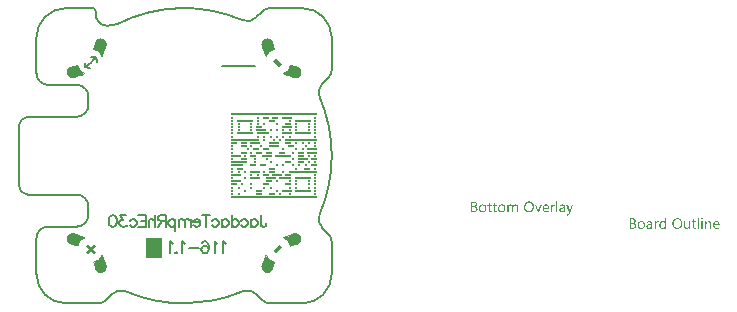
<source format=gbo>
G04*
G04 #@! TF.GenerationSoftware,Altium Limited,Altium Designer,22.5.1 (42)*
G04*
G04 Layer_Color=32896*
%FSAX44Y44*%
%MOMM*%
G71*
G04*
G04 #@! TF.SameCoordinates,210B23D7-8BD8-4DAC-88D1-AF52DF2CA714*
G04*
G04*
G04 #@! TF.FilePolarity,Positive*
G04*
G01*
G75*
%ADD12C,0.1000*%
%ADD13C,0.2000*%
%ADD14C,0.3300*%
%ADD15C,1.0000*%
%ADD62C,0.1600*%
%ADD63R,7.2900X0.2700*%
%ADD64R,0.2700X0.2700*%
%ADD65R,0.8100X0.2700*%
%ADD66R,0.5400X0.2700*%
%ADD67R,0.5400X0.2700*%
%ADD68R,0.2700X0.2700*%
%ADD69R,1.3500X0.2700*%
%ADD70R,0.5400X0.2700*%
%ADD71R,0.2700X0.2700*%
%ADD72R,0.8100X0.2700*%
%ADD73R,0.2700X0.2700*%
%ADD74R,0.8100X0.2700*%
%ADD75R,1.0800X0.2700*%
%ADD76R,2.7000X0.2700*%
%ADD77R,2.4300X0.2700*%
%ADD78R,0.8100X0.2700*%
%ADD79R,0.5400X0.2700*%
%ADD80R,1.3500X0.2700*%
%ADD81R,1.4500X1.7750*%
G36*
X00082483Y00077517D02*
X00080480Y00075515D01*
X00075515Y00080480D01*
X00077517Y00082483D01*
X00082483Y00077517D01*
X00082483Y00077517D02*
G37*
G36*
X00280783Y-00041238D02*
X00280830Y-00041238D01*
X00280885Y-00041246D01*
X00281019Y-00041269D01*
X00281176Y-00041308D01*
X00281356Y-00041363D01*
X00281544Y-00041450D01*
X00281741Y-00041552D01*
X00281843Y-00041622D01*
X00281937Y-00041693D01*
X00282031Y-00041771D01*
X00282125Y-00041866D01*
X00282219Y-00041968D01*
X00282306Y-00042077D01*
X00282384Y-00042195D01*
X00282463Y-00042329D01*
X00282533Y-00042470D01*
X00282596Y-00042627D01*
X00282651Y-00042792D01*
X00282706Y-00042972D01*
X00282737Y-00043161D01*
X00282769Y-00043373D01*
X00282785Y-00043592D01*
X00282792Y-00043828D01*
X00282792Y-00047752D01*
X00281772Y-00047752D01*
X00281772Y-00044095D01*
X00281772Y-00044079D01*
X00281772Y-00044047D01*
X00281772Y-00043993D01*
X00281764Y-00043922D01*
X00281764Y-00043836D01*
X00281756Y-00043734D01*
X00281749Y-00043624D01*
X00281733Y-00043506D01*
X00281694Y-00043255D01*
X00281631Y-00043004D01*
X00281599Y-00042878D01*
X00281552Y-00042768D01*
X00281497Y-00042658D01*
X00281442Y-00042564D01*
X00281442Y-00042556D01*
X00281427Y-00042541D01*
X00281411Y-00042517D01*
X00281380Y-00042494D01*
X00281348Y-00042454D01*
X00281301Y-00042415D01*
X00281246Y-00042376D01*
X00281183Y-00042329D01*
X00281113Y-00042282D01*
X00281034Y-00042242D01*
X00280940Y-00042203D01*
X00280846Y-00042164D01*
X00280736Y-00042140D01*
X00280611Y-00042117D01*
X00280485Y-00042101D01*
X00280344Y-00042093D01*
X00280281Y-00042093D01*
X00280234Y-00042101D01*
X00280179Y-00042109D01*
X00280116Y-00042125D01*
X00279959Y-00042164D01*
X00279873Y-00042195D01*
X00279786Y-00042242D01*
X00279692Y-00042290D01*
X00279606Y-00042344D01*
X00279512Y-00042415D01*
X00279417Y-00042494D01*
X00279323Y-00042588D01*
X00279237Y-00042690D01*
X00279229Y-00042698D01*
X00279221Y-00042713D01*
X00279198Y-00042752D01*
X00279166Y-00042792D01*
X00279135Y-00042854D01*
X00279096Y-00042925D01*
X00279049Y-00043004D01*
X00279009Y-00043090D01*
X00278970Y-00043192D01*
X00278923Y-00043302D01*
X00278884Y-00043420D01*
X00278852Y-00043545D01*
X00278821Y-00043679D01*
X00278805Y-00043820D01*
X00278790Y-00043961D01*
X00278782Y-00044118D01*
X00278782Y-00047752D01*
X00277761Y-00047752D01*
X00277761Y-00043969D01*
X00277761Y-00043961D01*
X00277761Y-00043945D01*
X00277761Y-00043922D01*
X00277761Y-00043891D01*
X00277754Y-00043843D01*
X00277754Y-00043796D01*
X00277738Y-00043679D01*
X00277714Y-00043537D01*
X00277683Y-00043373D01*
X00277644Y-00043208D01*
X00277581Y-00043027D01*
X00277502Y-00042854D01*
X00277408Y-00042690D01*
X00277290Y-00042525D01*
X00277149Y-00042384D01*
X00276984Y-00042266D01*
X00276890Y-00042219D01*
X00276788Y-00042172D01*
X00276678Y-00042140D01*
X00276568Y-00042117D01*
X00276443Y-00042101D01*
X00276309Y-00042093D01*
X00276247Y-00042093D01*
X00276199Y-00042101D01*
X00276137Y-00042109D01*
X00276074Y-00042125D01*
X00275917Y-00042164D01*
X00275831Y-00042195D01*
X00275744Y-00042235D01*
X00275650Y-00042274D01*
X00275556Y-00042329D01*
X00275462Y-00042399D01*
X00275368Y-00042470D01*
X00275281Y-00042556D01*
X00275195Y-00042658D01*
X00275187Y-00042666D01*
X00275179Y-00042682D01*
X00275156Y-00042713D01*
X00275124Y-00042760D01*
X00275093Y-00042815D01*
X00275061Y-00042878D01*
X00275022Y-00042957D01*
X00274983Y-00043051D01*
X00274936Y-00043153D01*
X00274897Y-00043263D01*
X00274865Y-00043380D01*
X00274834Y-00043506D01*
X00274802Y-00043647D01*
X00274779Y-00043796D01*
X00274771Y-00043953D01*
X00274763Y-00044118D01*
X00274763Y-00047752D01*
X00273743Y-00047752D01*
X00273743Y-00041379D01*
X00274763Y-00041379D01*
X00274763Y-00042392D01*
X00274787Y-00042392D01*
X00274795Y-00042376D01*
X00274818Y-00042344D01*
X00274857Y-00042282D01*
X00274912Y-00042211D01*
X00274983Y-00042125D01*
X00275069Y-00042023D01*
X00275171Y-00041921D01*
X00275289Y-00041811D01*
X00275422Y-00041701D01*
X00275572Y-00041599D01*
X00275737Y-00041497D01*
X00275909Y-00041410D01*
X00276105Y-00041340D01*
X00276317Y-00041277D01*
X00276537Y-00041246D01*
X00276772Y-00041230D01*
X00276835Y-00041230D01*
X00276882Y-00041238D01*
X00276937Y-00041238D01*
X00277008Y-00041246D01*
X00277079Y-00041261D01*
X00277157Y-00041277D01*
X00277338Y-00041316D01*
X00277526Y-00041387D01*
X00277714Y-00041473D01*
X00277808Y-00041536D01*
X00277903Y-00041599D01*
X00277910Y-00041607D01*
X00277926Y-00041614D01*
X00277950Y-00041638D01*
X00277981Y-00041662D01*
X00278067Y-00041748D01*
X00278169Y-00041850D01*
X00278279Y-00041991D01*
X00278389Y-00042156D01*
X00278491Y-00042344D01*
X00278570Y-00042556D01*
X00278578Y-00042541D01*
X00278601Y-00042501D01*
X00278648Y-00042431D01*
X00278703Y-00042352D01*
X00278782Y-00042250D01*
X00278868Y-00042133D01*
X00278978Y-00042015D01*
X00279104Y-00041889D01*
X00279245Y-00041771D01*
X00279402Y-00041646D01*
X00279574Y-00041536D01*
X00279763Y-00041434D01*
X00279975Y-00041356D01*
X00280194Y-00041285D01*
X00280438Y-00041246D01*
X00280689Y-00041230D01*
X00280744Y-00041230D01*
X00280783Y-00041238D01*
X00280783Y-00041238D02*
G37*
G36*
X00313449Y-00041277D02*
X00313535Y-00041277D01*
X00313629Y-00041293D01*
X00313732Y-00041308D01*
X00313834Y-00041324D01*
X00313920Y-00041356D01*
X00313920Y-00042415D01*
X00313904Y-00042407D01*
X00313873Y-00042384D01*
X00313810Y-00042352D01*
X00313724Y-00042313D01*
X00313606Y-00042274D01*
X00313480Y-00042242D01*
X00313323Y-00042219D01*
X00313143Y-00042211D01*
X00313080Y-00042211D01*
X00313033Y-00042219D01*
X00312978Y-00042227D01*
X00312915Y-00042242D01*
X00312766Y-00042290D01*
X00312680Y-00042321D01*
X00312593Y-00042360D01*
X00312499Y-00042415D01*
X00312405Y-00042470D01*
X00312319Y-00042541D01*
X00312225Y-00042627D01*
X00312138Y-00042721D01*
X00312052Y-00042831D01*
X00312044Y-00042839D01*
X00312036Y-00042862D01*
X00312013Y-00042894D01*
X00311981Y-00042941D01*
X00311950Y-00043004D01*
X00311911Y-00043082D01*
X00311871Y-00043169D01*
X00311832Y-00043271D01*
X00311793Y-00043380D01*
X00311754Y-00043506D01*
X00311714Y-00043647D01*
X00311683Y-00043796D01*
X00311652Y-00043961D01*
X00311628Y-00044134D01*
X00311620Y-00044314D01*
X00311612Y-00044511D01*
X00311612Y-00047752D01*
X00310592Y-00047752D01*
X00310592Y-00041379D01*
X00311612Y-00041379D01*
X00311612Y-00042698D01*
X00311636Y-00042698D01*
X00311636Y-00042690D01*
X00311644Y-00042666D01*
X00311660Y-00042635D01*
X00311675Y-00042588D01*
X00311699Y-00042533D01*
X00311730Y-00042462D01*
X00311801Y-00042313D01*
X00311895Y-00042140D01*
X00312013Y-00041968D01*
X00312146Y-00041803D01*
X00312303Y-00041646D01*
X00312311Y-00041638D01*
X00312327Y-00041630D01*
X00312350Y-00041614D01*
X00312382Y-00041583D01*
X00312421Y-00041560D01*
X00312476Y-00041528D01*
X00312593Y-00041458D01*
X00312743Y-00041387D01*
X00312915Y-00041324D01*
X00313104Y-00041285D01*
X00313206Y-00041277D01*
X00313308Y-00041269D01*
X00313370Y-00041269D01*
X00313449Y-00041277D01*
X00313449Y-00041277D02*
G37*
G36*
X00326737Y-00048772D02*
X00326737Y-00048780D01*
X00326729Y-00048796D01*
X00326713Y-00048819D01*
X00326697Y-00048859D01*
X00326682Y-00048906D01*
X00326658Y-00048953D01*
X00326595Y-00049078D01*
X00326509Y-00049228D01*
X00326415Y-00049400D01*
X00326297Y-00049573D01*
X00326164Y-00049761D01*
X00326015Y-00049942D01*
X00325850Y-00050122D01*
X00325669Y-00050295D01*
X00325473Y-00050444D01*
X00325261Y-00050570D01*
X00325151Y-00050617D01*
X00325033Y-00050664D01*
X00324916Y-00050703D01*
X00324790Y-00050727D01*
X00324665Y-00050742D01*
X00324531Y-00050750D01*
X00324468Y-00050750D01*
X00324390Y-00050742D01*
X00324296Y-00050742D01*
X00324194Y-00050727D01*
X00324084Y-00050711D01*
X00323966Y-00050695D01*
X00323864Y-00050664D01*
X00323864Y-00049753D01*
X00323880Y-00049761D01*
X00323919Y-00049769D01*
X00323982Y-00049785D01*
X00324060Y-00049808D01*
X00324155Y-00049832D01*
X00324257Y-00049848D01*
X00324366Y-00049855D01*
X00324468Y-00049863D01*
X00324500Y-00049863D01*
X00324539Y-00049855D01*
X00324594Y-00049848D01*
X00324657Y-00049832D01*
X00324735Y-00049816D01*
X00324814Y-00049785D01*
X00324908Y-00049746D01*
X00324994Y-00049699D01*
X00325096Y-00049636D01*
X00325191Y-00049565D01*
X00325285Y-00049479D01*
X00325379Y-00049369D01*
X00325473Y-00049251D01*
X00325551Y-00049110D01*
X00325630Y-00048945D01*
X00326140Y-00047744D01*
X00323652Y-00041379D01*
X00324782Y-00041379D01*
X00326509Y-00046284D01*
X00326509Y-00046292D01*
X00326517Y-00046308D01*
X00326525Y-00046332D01*
X00326540Y-00046379D01*
X00326556Y-00046441D01*
X00326572Y-00046528D01*
X00326603Y-00046638D01*
X00326635Y-00046771D01*
X00326674Y-00046771D01*
X00326674Y-00046763D01*
X00326682Y-00046740D01*
X00326690Y-00046708D01*
X00326705Y-00046653D01*
X00326721Y-00046590D01*
X00326737Y-00046512D01*
X00326768Y-00046410D01*
X00326800Y-00046300D01*
X00328613Y-00041379D01*
X00329664Y-00041379D01*
X00326737Y-00048772D01*
X00326737Y-00048772D02*
G37*
G36*
X00300295Y-00047752D02*
X00299290Y-00047752D01*
X00296881Y-00041379D01*
X00297995Y-00041379D01*
X00299620Y-00046010D01*
X00299620Y-00046017D01*
X00299628Y-00046033D01*
X00299636Y-00046057D01*
X00299651Y-00046096D01*
X00299667Y-00046143D01*
X00299683Y-00046190D01*
X00299714Y-00046316D01*
X00299753Y-00046449D01*
X00299792Y-00046598D01*
X00299816Y-00046755D01*
X00299839Y-00046904D01*
X00299863Y-00046904D01*
X00299863Y-00046897D01*
X00299863Y-00046881D01*
X00299871Y-00046857D01*
X00299879Y-00046826D01*
X00299879Y-00046779D01*
X00299895Y-00046732D01*
X00299910Y-00046614D01*
X00299942Y-00046481D01*
X00299973Y-00046339D01*
X00300020Y-00046190D01*
X00300067Y-00046041D01*
X00301755Y-00041379D01*
X00302830Y-00041379D01*
X00300295Y-00047752D01*
X00300295Y-00047752D02*
G37*
G36*
X00320521Y-00041238D02*
X00320575Y-00041238D01*
X00320630Y-00041246D01*
X00320701Y-00041253D01*
X00320780Y-00041269D01*
X00320944Y-00041301D01*
X00321141Y-00041356D01*
X00321337Y-00041426D01*
X00321549Y-00041528D01*
X00321761Y-00041654D01*
X00321863Y-00041724D01*
X00321965Y-00041811D01*
X00322059Y-00041905D01*
X00322153Y-00041999D01*
X00322239Y-00042109D01*
X00322318Y-00042235D01*
X00322396Y-00042360D01*
X00322467Y-00042501D01*
X00322522Y-00042658D01*
X00322577Y-00042823D01*
X00322616Y-00042996D01*
X00322648Y-00043192D01*
X00322663Y-00043388D01*
X00322671Y-00043608D01*
X00322671Y-00047752D01*
X00321651Y-00047752D01*
X00321651Y-00046763D01*
X00321627Y-00046763D01*
X00321619Y-00046779D01*
X00321596Y-00046810D01*
X00321557Y-00046865D01*
X00321502Y-00046944D01*
X00321431Y-00047030D01*
X00321345Y-00047124D01*
X00321250Y-00047226D01*
X00321133Y-00047328D01*
X00320999Y-00047438D01*
X00320858Y-00047540D01*
X00320693Y-00047634D01*
X00320521Y-00047721D01*
X00320324Y-00047799D01*
X00320120Y-00047854D01*
X00319901Y-00047885D01*
X00319665Y-00047901D01*
X00319571Y-00047901D01*
X00319508Y-00047893D01*
X00319430Y-00047885D01*
X00319335Y-00047878D01*
X00319233Y-00047862D01*
X00319123Y-00047838D01*
X00318880Y-00047776D01*
X00318762Y-00047736D01*
X00318637Y-00047689D01*
X00318511Y-00047634D01*
X00318394Y-00047564D01*
X00318284Y-00047485D01*
X00318174Y-00047399D01*
X00318166Y-00047391D01*
X00318150Y-00047375D01*
X00318127Y-00047344D01*
X00318088Y-00047305D01*
X00318048Y-00047258D01*
X00318009Y-00047195D01*
X00317954Y-00047124D01*
X00317907Y-00047046D01*
X00317860Y-00046951D01*
X00317813Y-00046849D01*
X00317766Y-00046740D01*
X00317726Y-00046622D01*
X00317687Y-00046496D01*
X00317664Y-00046363D01*
X00317648Y-00046214D01*
X00317640Y-00046065D01*
X00317640Y-00046057D01*
X00317640Y-00046041D01*
X00317640Y-00046017D01*
X00317648Y-00045986D01*
X00317648Y-00045947D01*
X00317656Y-00045900D01*
X00317672Y-00045782D01*
X00317703Y-00045641D01*
X00317750Y-00045484D01*
X00317813Y-00045311D01*
X00317907Y-00045131D01*
X00318017Y-00044950D01*
X00318150Y-00044770D01*
X00318237Y-00044683D01*
X00318323Y-00044597D01*
X00318425Y-00044511D01*
X00318527Y-00044432D01*
X00318645Y-00044354D01*
X00318770Y-00044283D01*
X00318904Y-00044220D01*
X00319053Y-00044157D01*
X00319210Y-00044103D01*
X00319375Y-00044055D01*
X00319555Y-00044016D01*
X00319744Y-00043985D01*
X00321651Y-00043718D01*
X00321651Y-00043710D01*
X00321651Y-00043702D01*
X00321651Y-00043679D01*
X00321651Y-00043647D01*
X00321643Y-00043569D01*
X00321627Y-00043467D01*
X00321612Y-00043341D01*
X00321580Y-00043200D01*
X00321541Y-00043059D01*
X00321486Y-00042902D01*
X00321415Y-00042752D01*
X00321329Y-00042603D01*
X00321227Y-00042470D01*
X00321101Y-00042344D01*
X00320944Y-00042242D01*
X00320772Y-00042164D01*
X00320678Y-00042133D01*
X00320568Y-00042109D01*
X00320458Y-00042101D01*
X00320340Y-00042093D01*
X00320285Y-00042093D01*
X00320230Y-00042101D01*
X00320144Y-00042109D01*
X00320042Y-00042117D01*
X00319924Y-00042133D01*
X00319791Y-00042156D01*
X00319649Y-00042187D01*
X00319492Y-00042235D01*
X00319328Y-00042282D01*
X00319155Y-00042344D01*
X00318974Y-00042423D01*
X00318794Y-00042517D01*
X00318613Y-00042619D01*
X00318433Y-00042737D01*
X00318260Y-00042878D01*
X00318260Y-00041834D01*
X00318268Y-00041826D01*
X00318299Y-00041811D01*
X00318354Y-00041779D01*
X00318425Y-00041740D01*
X00318519Y-00041693D01*
X00318621Y-00041646D01*
X00318747Y-00041591D01*
X00318888Y-00041528D01*
X00319037Y-00041473D01*
X00319202Y-00041418D01*
X00319382Y-00041371D01*
X00319571Y-00041324D01*
X00319775Y-00041285D01*
X00319979Y-00041253D01*
X00320199Y-00041238D01*
X00320426Y-00041230D01*
X00320481Y-00041230D01*
X00320521Y-00041238D01*
X00320521Y-00041238D02*
G37*
G36*
X00316047Y-00047752D02*
X00315027Y-00047752D01*
X00315027Y-00038318D01*
X00316047Y-00038318D01*
X00316047Y-00047752D01*
X00316047Y-00047752D02*
G37*
G36*
X00245731Y-00038836D02*
X00245826Y-00038844D01*
X00245935Y-00038860D01*
X00246061Y-00038875D01*
X00246202Y-00038899D01*
X00246343Y-00038930D01*
X00246493Y-00038970D01*
X00246650Y-00039017D01*
X00246799Y-00039072D01*
X00246956Y-00039134D01*
X00247097Y-00039213D01*
X00247238Y-00039299D01*
X00247372Y-00039401D01*
X00247379Y-00039409D01*
X00247403Y-00039425D01*
X00247434Y-00039456D01*
X00247474Y-00039503D01*
X00247529Y-00039558D01*
X00247584Y-00039629D01*
X00247646Y-00039707D01*
X00247709Y-00039794D01*
X00247772Y-00039896D01*
X00247835Y-00040005D01*
X00247890Y-00040131D01*
X00247945Y-00040257D01*
X00247984Y-00040398D01*
X00248015Y-00040547D01*
X00248039Y-00040704D01*
X00248047Y-00040869D01*
X00248047Y-00040877D01*
X00248047Y-00040900D01*
X00248047Y-00040939D01*
X00248039Y-00040994D01*
X00248031Y-00041065D01*
X00248023Y-00041136D01*
X00248015Y-00041222D01*
X00247999Y-00041316D01*
X00247945Y-00041528D01*
X00247874Y-00041748D01*
X00247827Y-00041866D01*
X00247772Y-00041975D01*
X00247709Y-00042085D01*
X00247638Y-00042195D01*
X00247631Y-00042203D01*
X00247623Y-00042219D01*
X00247599Y-00042250D01*
X00247560Y-00042290D01*
X00247521Y-00042329D01*
X00247474Y-00042384D01*
X00247411Y-00042439D01*
X00247348Y-00042501D01*
X00247270Y-00042564D01*
X00247183Y-00042635D01*
X00247089Y-00042698D01*
X00246987Y-00042768D01*
X00246877Y-00042831D01*
X00246767Y-00042886D01*
X00246508Y-00042988D01*
X00246508Y-00043011D01*
X00246516Y-00043011D01*
X00246548Y-00043019D01*
X00246595Y-00043027D01*
X00246657Y-00043035D01*
X00246736Y-00043051D01*
X00246822Y-00043074D01*
X00246924Y-00043106D01*
X00247026Y-00043137D01*
X00247254Y-00043223D01*
X00247379Y-00043278D01*
X00247497Y-00043349D01*
X00247615Y-00043420D01*
X00247733Y-00043498D01*
X00247850Y-00043592D01*
X00247952Y-00043694D01*
X00247960Y-00043702D01*
X00247976Y-00043718D01*
X00247999Y-00043749D01*
X00248039Y-00043796D01*
X00248078Y-00043859D01*
X00248125Y-00043922D01*
X00248172Y-00044008D01*
X00248227Y-00044095D01*
X00248274Y-00044197D01*
X00248321Y-00044314D01*
X00248368Y-00044432D01*
X00248408Y-00044566D01*
X00248447Y-00044715D01*
X00248470Y-00044864D01*
X00248486Y-00045021D01*
X00248494Y-00045193D01*
X00248494Y-00045209D01*
X00248494Y-00045241D01*
X00248486Y-00045303D01*
X00248478Y-00045382D01*
X00248470Y-00045484D01*
X00248447Y-00045594D01*
X00248423Y-00045719D01*
X00248392Y-00045853D01*
X00248345Y-00046002D01*
X00248290Y-00046151D01*
X00248227Y-00046300D01*
X00248149Y-00046457D01*
X00248055Y-00046614D01*
X00247945Y-00046763D01*
X00247819Y-00046904D01*
X00247670Y-00047046D01*
X00247662Y-00047054D01*
X00247631Y-00047077D01*
X00247584Y-00047108D01*
X00247521Y-00047156D01*
X00247442Y-00047210D01*
X00247340Y-00047266D01*
X00247230Y-00047336D01*
X00247105Y-00047399D01*
X00246956Y-00047462D01*
X00246799Y-00047524D01*
X00246634Y-00047587D01*
X00246446Y-00047642D01*
X00246249Y-00047689D01*
X00246045Y-00047721D01*
X00245826Y-00047744D01*
X00245598Y-00047752D01*
X00243000Y-00047752D01*
X00243000Y-00038828D01*
X00245645Y-00038828D01*
X00245731Y-00038836D01*
X00245731Y-00038836D02*
G37*
G36*
X00263304Y-00041379D02*
X00264913Y-00041379D01*
X00264913Y-00042258D01*
X00263304Y-00042258D01*
X00263304Y-00045845D01*
X00263304Y-00045853D01*
X00263304Y-00045876D01*
X00263304Y-00045908D01*
X00263304Y-00045947D01*
X00263312Y-00046002D01*
X00263320Y-00046065D01*
X00263336Y-00046198D01*
X00263359Y-00046355D01*
X00263398Y-00046504D01*
X00263453Y-00046645D01*
X00263485Y-00046708D01*
X00263524Y-00046763D01*
X00263532Y-00046771D01*
X00263563Y-00046802D01*
X00263618Y-00046849D01*
X00263697Y-00046897D01*
X00263799Y-00046951D01*
X00263924Y-00046991D01*
X00264074Y-00047022D01*
X00264246Y-00047038D01*
X00264309Y-00047038D01*
X00264380Y-00047030D01*
X00264474Y-00047014D01*
X00264576Y-00046983D01*
X00264694Y-00046951D01*
X00264803Y-00046897D01*
X00264913Y-00046826D01*
X00264913Y-00047697D01*
X00264905Y-00047697D01*
X00264898Y-00047705D01*
X00264874Y-00047713D01*
X00264851Y-00047729D01*
X00264764Y-00047760D01*
X00264662Y-00047791D01*
X00264521Y-00047823D01*
X00264356Y-00047854D01*
X00264168Y-00047878D01*
X00263956Y-00047885D01*
X00263885Y-00047885D01*
X00263799Y-00047870D01*
X00263697Y-00047854D01*
X00263571Y-00047831D01*
X00263430Y-00047783D01*
X00263273Y-00047729D01*
X00263124Y-00047650D01*
X00262967Y-00047556D01*
X00262810Y-00047430D01*
X00262669Y-00047281D01*
X00262606Y-00047195D01*
X00262543Y-00047101D01*
X00262488Y-00046999D01*
X00262441Y-00046889D01*
X00262394Y-00046771D01*
X00262355Y-00046638D01*
X00262323Y-00046504D01*
X00262300Y-00046355D01*
X00262292Y-00046198D01*
X00262284Y-00046025D01*
X00262284Y-00042258D01*
X00261193Y-00042258D01*
X00261193Y-00041379D01*
X00262284Y-00041379D01*
X00262284Y-00039825D01*
X00263304Y-00039495D01*
X00263304Y-00041379D01*
X00263304Y-00041379D02*
G37*
G36*
X00258988Y-00041379D02*
X00260597Y-00041379D01*
X00260597Y-00042258D01*
X00258988Y-00042258D01*
X00258988Y-00045845D01*
X00258988Y-00045853D01*
X00258988Y-00045876D01*
X00258988Y-00045908D01*
X00258988Y-00045947D01*
X00258995Y-00046002D01*
X00259003Y-00046065D01*
X00259019Y-00046198D01*
X00259042Y-00046355D01*
X00259082Y-00046504D01*
X00259137Y-00046645D01*
X00259168Y-00046708D01*
X00259207Y-00046763D01*
X00259215Y-00046771D01*
X00259247Y-00046802D01*
X00259301Y-00046849D01*
X00259380Y-00046897D01*
X00259482Y-00046951D01*
X00259608Y-00046991D01*
X00259757Y-00047022D01*
X00259929Y-00047038D01*
X00259992Y-00047038D01*
X00260063Y-00047030D01*
X00260157Y-00047014D01*
X00260259Y-00046983D01*
X00260377Y-00046951D01*
X00260487Y-00046897D01*
X00260597Y-00046826D01*
X00260597Y-00047697D01*
X00260589Y-00047697D01*
X00260581Y-00047705D01*
X00260557Y-00047713D01*
X00260534Y-00047729D01*
X00260447Y-00047760D01*
X00260345Y-00047791D01*
X00260204Y-00047823D01*
X00260039Y-00047854D01*
X00259851Y-00047878D01*
X00259639Y-00047885D01*
X00259568Y-00047885D01*
X00259482Y-00047870D01*
X00259380Y-00047854D01*
X00259254Y-00047831D01*
X00259113Y-00047783D01*
X00258956Y-00047729D01*
X00258807Y-00047650D01*
X00258650Y-00047556D01*
X00258493Y-00047430D01*
X00258352Y-00047281D01*
X00258289Y-00047195D01*
X00258226Y-00047101D01*
X00258171Y-00046999D01*
X00258124Y-00046889D01*
X00258077Y-00046771D01*
X00258038Y-00046638D01*
X00258006Y-00046504D01*
X00257983Y-00046355D01*
X00257975Y-00046198D01*
X00257967Y-00046025D01*
X00257967Y-00042258D01*
X00256876Y-00042258D01*
X00256876Y-00041379D01*
X00257967Y-00041379D01*
X00257967Y-00039825D01*
X00258988Y-00039495D01*
X00258988Y-00041379D01*
X00258988Y-00041379D02*
G37*
G36*
X00306550Y-00041238D02*
X00306636Y-00041246D01*
X00306746Y-00041253D01*
X00306864Y-00041269D01*
X00306998Y-00041301D01*
X00307139Y-00041332D01*
X00307296Y-00041371D01*
X00307453Y-00041426D01*
X00307610Y-00041497D01*
X00307775Y-00041575D01*
X00307931Y-00041669D01*
X00308081Y-00041779D01*
X00308230Y-00041905D01*
X00308363Y-00042046D01*
X00308371Y-00042054D01*
X00308395Y-00042085D01*
X00308426Y-00042133D01*
X00308473Y-00042195D01*
X00308520Y-00042274D01*
X00308583Y-00042376D01*
X00308646Y-00042494D01*
X00308708Y-00042627D01*
X00308771Y-00042784D01*
X00308834Y-00042949D01*
X00308897Y-00043137D01*
X00308944Y-00043333D01*
X00308991Y-00043553D01*
X00309022Y-00043781D01*
X00309046Y-00044032D01*
X00309054Y-00044291D01*
X00309054Y-00044825D01*
X00304549Y-00044825D01*
X00304549Y-00044840D01*
X00304549Y-00044872D01*
X00304557Y-00044927D01*
X00304564Y-00044997D01*
X00304572Y-00045091D01*
X00304588Y-00045193D01*
X00304604Y-00045303D01*
X00304635Y-00045429D01*
X00304706Y-00045696D01*
X00304753Y-00045829D01*
X00304808Y-00045970D01*
X00304870Y-00046104D01*
X00304941Y-00046237D01*
X00305028Y-00046355D01*
X00305122Y-00046473D01*
X00305130Y-00046481D01*
X00305145Y-00046496D01*
X00305177Y-00046528D01*
X00305224Y-00046559D01*
X00305279Y-00046606D01*
X00305349Y-00046653D01*
X00305428Y-00046708D01*
X00305514Y-00046755D01*
X00305616Y-00046810D01*
X00305734Y-00046865D01*
X00305852Y-00046912D01*
X00305993Y-00046959D01*
X00306134Y-00046991D01*
X00306291Y-00047022D01*
X00306456Y-00047038D01*
X00306629Y-00047046D01*
X00306676Y-00047046D01*
X00306731Y-00047038D01*
X00306809Y-00047038D01*
X00306903Y-00047022D01*
X00307013Y-00047007D01*
X00307139Y-00046983D01*
X00307280Y-00046959D01*
X00307429Y-00046920D01*
X00307586Y-00046873D01*
X00307751Y-00046818D01*
X00307916Y-00046747D01*
X00308088Y-00046669D01*
X00308261Y-00046575D01*
X00308434Y-00046465D01*
X00308606Y-00046339D01*
X00308606Y-00047297D01*
X00308599Y-00047305D01*
X00308567Y-00047320D01*
X00308520Y-00047352D01*
X00308457Y-00047391D01*
X00308371Y-00047438D01*
X00308269Y-00047485D01*
X00308151Y-00047540D01*
X00308018Y-00047595D01*
X00307861Y-00047658D01*
X00307696Y-00047713D01*
X00307516Y-00047760D01*
X00307319Y-00047807D01*
X00307107Y-00047846D01*
X00306880Y-00047878D01*
X00306636Y-00047893D01*
X00306385Y-00047901D01*
X00306322Y-00047901D01*
X00306260Y-00047893D01*
X00306166Y-00047885D01*
X00306048Y-00047878D01*
X00305914Y-00047854D01*
X00305773Y-00047831D01*
X00305616Y-00047791D01*
X00305451Y-00047744D01*
X00305279Y-00047689D01*
X00305098Y-00047619D01*
X00304925Y-00047540D01*
X00304745Y-00047438D01*
X00304580Y-00047320D01*
X00304415Y-00047187D01*
X00304266Y-00047038D01*
X00304258Y-00047030D01*
X00304235Y-00046999D01*
X00304195Y-00046944D01*
X00304148Y-00046873D01*
X00304086Y-00046787D01*
X00304023Y-00046677D01*
X00303952Y-00046551D01*
X00303882Y-00046402D01*
X00303811Y-00046245D01*
X00303740Y-00046057D01*
X00303678Y-00045861D01*
X00303615Y-00045641D01*
X00303568Y-00045405D01*
X00303528Y-00045154D01*
X00303505Y-00044879D01*
X00303497Y-00044597D01*
X00303497Y-00044589D01*
X00303497Y-00044581D01*
X00303497Y-00044558D01*
X00303497Y-00044534D01*
X00303505Y-00044456D01*
X00303513Y-00044346D01*
X00303521Y-00044220D01*
X00303544Y-00044079D01*
X00303568Y-00043914D01*
X00303599Y-00043734D01*
X00303646Y-00043545D01*
X00303701Y-00043349D01*
X00303772Y-00043145D01*
X00303850Y-00042941D01*
X00303944Y-00042745D01*
X00304062Y-00042541D01*
X00304188Y-00042352D01*
X00304337Y-00042172D01*
X00304345Y-00042164D01*
X00304376Y-00042133D01*
X00304423Y-00042085D01*
X00304486Y-00042023D01*
X00304572Y-00041952D01*
X00304674Y-00041873D01*
X00304784Y-00041787D01*
X00304918Y-00041701D01*
X00305059Y-00041614D01*
X00305224Y-00041528D01*
X00305396Y-00041450D01*
X00305577Y-00041379D01*
X00305773Y-00041316D01*
X00305985Y-00041269D01*
X00306205Y-00041238D01*
X00306432Y-00041230D01*
X00306487Y-00041230D01*
X00306550Y-00041238D01*
X00306550Y-00041238D02*
G37*
G36*
X00292226Y-00038687D02*
X00292281Y-00038687D01*
X00292336Y-00038695D01*
X00292407Y-00038695D01*
X00292564Y-00038718D01*
X00292744Y-00038742D01*
X00292948Y-00038781D01*
X00293168Y-00038836D01*
X00293396Y-00038899D01*
X00293639Y-00038985D01*
X00293882Y-00039087D01*
X00294134Y-00039205D01*
X00294385Y-00039346D01*
X00294620Y-00039511D01*
X00294856Y-00039707D01*
X00295075Y-00039927D01*
X00295091Y-00039943D01*
X00295123Y-00039982D01*
X00295177Y-00040053D01*
X00295256Y-00040155D01*
X00295334Y-00040280D01*
X00295436Y-00040429D01*
X00295539Y-00040602D01*
X00295641Y-00040798D01*
X00295743Y-00041026D01*
X00295845Y-00041269D01*
X00295947Y-00041536D01*
X00296033Y-00041826D01*
X00296104Y-00042140D01*
X00296159Y-00042470D01*
X00296190Y-00042815D01*
X00296206Y-00043184D01*
X00296206Y-00043192D01*
X00296206Y-00043208D01*
X00296206Y-00043239D01*
X00296206Y-00043278D01*
X00296198Y-00043333D01*
X00296198Y-00043396D01*
X00296190Y-00043467D01*
X00296190Y-00043545D01*
X00296182Y-00043632D01*
X00296174Y-00043726D01*
X00296143Y-00043938D01*
X00296111Y-00044181D01*
X00296064Y-00044432D01*
X00296002Y-00044707D01*
X00295923Y-00044989D01*
X00295829Y-00045272D01*
X00295719Y-00045562D01*
X00295586Y-00045845D01*
X00295429Y-00046127D01*
X00295248Y-00046386D01*
X00295044Y-00046638D01*
X00295028Y-00046653D01*
X00294989Y-00046693D01*
X00294926Y-00046755D01*
X00294832Y-00046834D01*
X00294714Y-00046928D01*
X00294573Y-00047038D01*
X00294416Y-00047148D01*
X00294228Y-00047266D01*
X00294016Y-00047383D01*
X00293780Y-00047501D01*
X00293529Y-00047611D01*
X00293255Y-00047705D01*
X00292956Y-00047783D01*
X00292642Y-00047846D01*
X00292305Y-00047885D01*
X00291952Y-00047901D01*
X00291865Y-00047901D01*
X00291826Y-00047893D01*
X00291771Y-00047893D01*
X00291708Y-00047885D01*
X00291638Y-00047878D01*
X00291473Y-00047862D01*
X00291292Y-00047838D01*
X00291080Y-00047799D01*
X00290861Y-00047744D01*
X00290617Y-00047681D01*
X00290374Y-00047595D01*
X00290123Y-00047493D01*
X00289864Y-00047375D01*
X00289613Y-00047234D01*
X00289370Y-00047061D01*
X00289126Y-00046873D01*
X00288906Y-00046653D01*
X00288891Y-00046638D01*
X00288859Y-00046598D01*
X00288804Y-00046528D01*
X00288726Y-00046426D01*
X00288640Y-00046300D01*
X00288545Y-00046151D01*
X00288443Y-00045978D01*
X00288341Y-00045774D01*
X00288232Y-00045554D01*
X00288129Y-00045311D01*
X00288035Y-00045044D01*
X00287949Y-00044754D01*
X00287870Y-00044440D01*
X00287815Y-00044110D01*
X00287784Y-00043765D01*
X00287768Y-00043396D01*
X00287768Y-00043388D01*
X00287768Y-00043373D01*
X00287768Y-00043341D01*
X00287768Y-00043302D01*
X00287776Y-00043247D01*
X00287776Y-00043192D01*
X00287784Y-00043121D01*
X00287784Y-00043043D01*
X00287792Y-00042957D01*
X00287808Y-00042854D01*
X00287831Y-00042650D01*
X00287863Y-00042415D01*
X00287917Y-00042164D01*
X00287972Y-00041889D01*
X00288051Y-00041614D01*
X00288145Y-00041332D01*
X00288255Y-00041041D01*
X00288388Y-00040759D01*
X00288545Y-00040484D01*
X00288726Y-00040217D01*
X00288930Y-00039966D01*
X00288946Y-00039951D01*
X00288985Y-00039911D01*
X00289048Y-00039848D01*
X00289142Y-00039762D01*
X00289260Y-00039668D01*
X00289409Y-00039558D01*
X00289574Y-00039440D01*
X00289762Y-00039323D01*
X00289982Y-00039205D01*
X00290217Y-00039087D01*
X00290476Y-00038977D01*
X00290759Y-00038883D01*
X00291065Y-00038797D01*
X00291387Y-00038734D01*
X00291732Y-00038695D01*
X00292101Y-00038679D01*
X00292179Y-00038679D01*
X00292226Y-00038687D01*
X00292226Y-00038687D02*
G37*
G36*
X00269222Y-00041238D02*
X00269324Y-00041246D01*
X00269442Y-00041253D01*
X00269583Y-00041277D01*
X00269732Y-00041301D01*
X00269897Y-00041340D01*
X00270078Y-00041387D01*
X00270258Y-00041442D01*
X00270439Y-00041512D01*
X00270627Y-00041599D01*
X00270808Y-00041701D01*
X00270988Y-00041818D01*
X00271153Y-00041952D01*
X00271310Y-00042109D01*
X00271318Y-00042117D01*
X00271341Y-00042148D01*
X00271381Y-00042203D01*
X00271435Y-00042274D01*
X00271498Y-00042360D01*
X00271561Y-00042470D01*
X00271639Y-00042596D01*
X00271710Y-00042745D01*
X00271789Y-00042909D01*
X00271859Y-00043090D01*
X00271922Y-00043286D01*
X00271985Y-00043506D01*
X00272040Y-00043741D01*
X00272079Y-00043993D01*
X00272103Y-00044259D01*
X00272110Y-00044542D01*
X00272110Y-00044550D01*
X00272110Y-00044558D01*
X00272110Y-00044581D01*
X00272110Y-00044613D01*
X00272103Y-00044691D01*
X00272095Y-00044793D01*
X00272087Y-00044927D01*
X00272063Y-00045076D01*
X00272040Y-00045241D01*
X00272001Y-00045421D01*
X00271954Y-00045609D01*
X00271898Y-00045813D01*
X00271828Y-00046017D01*
X00271749Y-00046222D01*
X00271647Y-00046426D01*
X00271530Y-00046622D01*
X00271396Y-00046810D01*
X00271247Y-00046991D01*
X00271239Y-00046999D01*
X00271208Y-00047030D01*
X00271161Y-00047077D01*
X00271090Y-00047132D01*
X00271004Y-00047203D01*
X00270902Y-00047281D01*
X00270776Y-00047360D01*
X00270635Y-00047446D01*
X00270478Y-00047532D01*
X00270305Y-00047611D01*
X00270117Y-00047689D01*
X00269913Y-00047760D01*
X00269685Y-00047815D01*
X00269450Y-00047862D01*
X00269206Y-00047893D01*
X00268940Y-00047901D01*
X00268877Y-00047901D01*
X00268806Y-00047893D01*
X00268704Y-00047885D01*
X00268586Y-00047878D01*
X00268445Y-00047854D01*
X00268296Y-00047831D01*
X00268131Y-00047791D01*
X00267951Y-00047744D01*
X00267770Y-00047681D01*
X00267582Y-00047611D01*
X00267393Y-00047524D01*
X00267205Y-00047422D01*
X00267017Y-00047305D01*
X00266844Y-00047171D01*
X00266679Y-00047014D01*
X00266671Y-00047007D01*
X00266640Y-00046975D01*
X00266601Y-00046920D01*
X00266546Y-00046849D01*
X00266483Y-00046763D01*
X00266412Y-00046653D01*
X00266342Y-00046528D01*
X00266263Y-00046379D01*
X00266185Y-00046222D01*
X00266106Y-00046041D01*
X00266036Y-00045845D01*
X00265973Y-00045633D01*
X00265918Y-00045413D01*
X00265879Y-00045170D01*
X00265847Y-00044911D01*
X00265839Y-00044644D01*
X00265839Y-00044636D01*
X00265839Y-00044628D01*
X00265839Y-00044605D01*
X00265839Y-00044573D01*
X00265847Y-00044487D01*
X00265855Y-00044377D01*
X00265863Y-00044244D01*
X00265886Y-00044087D01*
X00265910Y-00043914D01*
X00265949Y-00043726D01*
X00265996Y-00043530D01*
X00266051Y-00043326D01*
X00266122Y-00043114D01*
X00266208Y-00042902D01*
X00266310Y-00042698D01*
X00266420Y-00042501D01*
X00266554Y-00042313D01*
X00266711Y-00042133D01*
X00266718Y-00042125D01*
X00266750Y-00042093D01*
X00266805Y-00042046D01*
X00266875Y-00041991D01*
X00266962Y-00041921D01*
X00267072Y-00041850D01*
X00267197Y-00041764D01*
X00267339Y-00041677D01*
X00267495Y-00041599D01*
X00267676Y-00041512D01*
X00267872Y-00041442D01*
X00268084Y-00041371D01*
X00268312Y-00041316D01*
X00268555Y-00041269D01*
X00268814Y-00041238D01*
X00269089Y-00041230D01*
X00269151Y-00041230D01*
X00269222Y-00041238D01*
X00269222Y-00041238D02*
G37*
G36*
X00253117Y-00041238D02*
X00253219Y-00041246D01*
X00253337Y-00041253D01*
X00253478Y-00041277D01*
X00253627Y-00041301D01*
X00253792Y-00041340D01*
X00253972Y-00041387D01*
X00254153Y-00041442D01*
X00254333Y-00041512D01*
X00254522Y-00041599D01*
X00254702Y-00041701D01*
X00254883Y-00041818D01*
X00255048Y-00041952D01*
X00255205Y-00042109D01*
X00255212Y-00042117D01*
X00255236Y-00042148D01*
X00255275Y-00042203D01*
X00255330Y-00042274D01*
X00255393Y-00042360D01*
X00255456Y-00042470D01*
X00255534Y-00042596D01*
X00255605Y-00042745D01*
X00255683Y-00042909D01*
X00255754Y-00043090D01*
X00255817Y-00043286D01*
X00255879Y-00043506D01*
X00255935Y-00043741D01*
X00255974Y-00043993D01*
X00255997Y-00044259D01*
X00256005Y-00044542D01*
X00256005Y-00044550D01*
X00256005Y-00044558D01*
X00256005Y-00044581D01*
X00256005Y-00044613D01*
X00255997Y-00044691D01*
X00255989Y-00044793D01*
X00255982Y-00044927D01*
X00255958Y-00045076D01*
X00255935Y-00045241D01*
X00255895Y-00045421D01*
X00255848Y-00045609D01*
X00255793Y-00045813D01*
X00255723Y-00046017D01*
X00255644Y-00046222D01*
X00255542Y-00046426D01*
X00255424Y-00046622D01*
X00255291Y-00046810D01*
X00255142Y-00046991D01*
X00255134Y-00046999D01*
X00255103Y-00047030D01*
X00255055Y-00047077D01*
X00254985Y-00047132D01*
X00254898Y-00047203D01*
X00254796Y-00047281D01*
X00254671Y-00047360D01*
X00254530Y-00047446D01*
X00254373Y-00047532D01*
X00254200Y-00047611D01*
X00254012Y-00047689D01*
X00253808Y-00047760D01*
X00253580Y-00047815D01*
X00253344Y-00047862D01*
X00253101Y-00047893D01*
X00252834Y-00047901D01*
X00252771Y-00047901D01*
X00252701Y-00047893D01*
X00252599Y-00047885D01*
X00252481Y-00047878D01*
X00252340Y-00047854D01*
X00252191Y-00047831D01*
X00252026Y-00047791D01*
X00251845Y-00047744D01*
X00251665Y-00047681D01*
X00251476Y-00047611D01*
X00251288Y-00047524D01*
X00251100Y-00047422D01*
X00250911Y-00047305D01*
X00250739Y-00047171D01*
X00250574Y-00047014D01*
X00250566Y-00047007D01*
X00250535Y-00046975D01*
X00250495Y-00046920D01*
X00250440Y-00046849D01*
X00250378Y-00046763D01*
X00250307Y-00046653D01*
X00250236Y-00046528D01*
X00250158Y-00046379D01*
X00250079Y-00046222D01*
X00250001Y-00046041D01*
X00249930Y-00045845D01*
X00249867Y-00045633D01*
X00249813Y-00045413D01*
X00249773Y-00045170D01*
X00249742Y-00044911D01*
X00249734Y-00044644D01*
X00249734Y-00044636D01*
X00249734Y-00044628D01*
X00249734Y-00044605D01*
X00249734Y-00044573D01*
X00249742Y-00044487D01*
X00249750Y-00044377D01*
X00249758Y-00044244D01*
X00249781Y-00044087D01*
X00249805Y-00043914D01*
X00249844Y-00043726D01*
X00249891Y-00043530D01*
X00249946Y-00043326D01*
X00250017Y-00043114D01*
X00250103Y-00042902D01*
X00250205Y-00042698D01*
X00250315Y-00042501D01*
X00250448Y-00042313D01*
X00250605Y-00042133D01*
X00250613Y-00042125D01*
X00250644Y-00042093D01*
X00250699Y-00042046D01*
X00250770Y-00041991D01*
X00250856Y-00041921D01*
X00250966Y-00041850D01*
X00251092Y-00041764D01*
X00251233Y-00041677D01*
X00251390Y-00041599D01*
X00251571Y-00041512D01*
X00251767Y-00041442D01*
X00251979Y-00041371D01*
X00252206Y-00041316D01*
X00252450Y-00041269D01*
X00252709Y-00041238D01*
X00252983Y-00041230D01*
X00253046Y-00041230D01*
X00253117Y-00041238D01*
X00253117Y-00041238D02*
G37*
G36*
X00438642Y-00052543D02*
X00438712Y-00052558D01*
X00438783Y-00052582D01*
X00438862Y-00052621D01*
X00438940Y-00052668D01*
X00439019Y-00052731D01*
X00439026Y-00052739D01*
X00439050Y-00052762D01*
X00439081Y-00052802D01*
X00439120Y-00052857D01*
X00439152Y-00052927D01*
X00439183Y-00053006D01*
X00439207Y-00053100D01*
X00439215Y-00053202D01*
X00439215Y-00053218D01*
X00439215Y-00053249D01*
X00439207Y-00053296D01*
X00439191Y-00053367D01*
X00439168Y-00053437D01*
X00439128Y-00053516D01*
X00439081Y-00053594D01*
X00439019Y-00053673D01*
X00439011Y-00053681D01*
X00438987Y-00053704D01*
X00438940Y-00053736D01*
X00438885Y-00053767D01*
X00438814Y-00053798D01*
X00438736Y-00053830D01*
X00438650Y-00053853D01*
X00438548Y-00053861D01*
X00438500Y-00053861D01*
X00438453Y-00053853D01*
X00438383Y-00053838D01*
X00438312Y-00053814D01*
X00438234Y-00053783D01*
X00438155Y-00053744D01*
X00438077Y-00053681D01*
X00438069Y-00053673D01*
X00438045Y-00053649D01*
X00438014Y-00053602D01*
X00437982Y-00053547D01*
X00437951Y-00053485D01*
X00437920Y-00053398D01*
X00437896Y-00053304D01*
X00437888Y-00053202D01*
X00437888Y-00053186D01*
X00437888Y-00053155D01*
X00437896Y-00053100D01*
X00437912Y-00053037D01*
X00437935Y-00052959D01*
X00437967Y-00052880D01*
X00438014Y-00052802D01*
X00438077Y-00052731D01*
X00438084Y-00052723D01*
X00438108Y-00052700D01*
X00438155Y-00052668D01*
X00438210Y-00052629D01*
X00438281Y-00052598D01*
X00438359Y-00052566D01*
X00438446Y-00052543D01*
X00438548Y-00052535D01*
X00438595Y-00052535D01*
X00438642Y-00052543D01*
X00438642Y-00052543D02*
G37*
G36*
X00408244Y-00061851D02*
X00407224Y-00061851D01*
X00407224Y-00060776D01*
X00407200Y-00060776D01*
X00407192Y-00060792D01*
X00407169Y-00060831D01*
X00407122Y-00060886D01*
X00407067Y-00060964D01*
X00406988Y-00061058D01*
X00406902Y-00061160D01*
X00406792Y-00061270D01*
X00406659Y-00061388D01*
X00406517Y-00061506D01*
X00406353Y-00061616D01*
X00406172Y-00061718D01*
X00405976Y-00061812D01*
X00405764Y-00061890D01*
X00405528Y-00061945D01*
X00405277Y-00061985D01*
X00405010Y-00062000D01*
X00404955Y-00062000D01*
X00404893Y-00061992D01*
X00404814Y-00061985D01*
X00404712Y-00061977D01*
X00404594Y-00061953D01*
X00404461Y-00061930D01*
X00404320Y-00061890D01*
X00404171Y-00061851D01*
X00404014Y-00061788D01*
X00403857Y-00061726D01*
X00403692Y-00061639D01*
X00403535Y-00061545D01*
X00403378Y-00061427D01*
X00403229Y-00061294D01*
X00403088Y-00061145D01*
X00403080Y-00061137D01*
X00403056Y-00061105D01*
X00403025Y-00061058D01*
X00402978Y-00060988D01*
X00402923Y-00060901D01*
X00402860Y-00060799D01*
X00402797Y-00060674D01*
X00402734Y-00060532D01*
X00402664Y-00060375D01*
X00402601Y-00060203D01*
X00402538Y-00060007D01*
X00402483Y-00059803D01*
X00402436Y-00059583D01*
X00402405Y-00059339D01*
X00402381Y-00059088D01*
X00402373Y-00058822D01*
X00402373Y-00058814D01*
X00402373Y-00058806D01*
X00402373Y-00058782D01*
X00402373Y-00058751D01*
X00402381Y-00058672D01*
X00402389Y-00058562D01*
X00402397Y-00058421D01*
X00402413Y-00058272D01*
X00402436Y-00058099D01*
X00402475Y-00057911D01*
X00402515Y-00057715D01*
X00402570Y-00057503D01*
X00402632Y-00057299D01*
X00402711Y-00057079D01*
X00402797Y-00056875D01*
X00402907Y-00056671D01*
X00403025Y-00056475D01*
X00403166Y-00056286D01*
X00403174Y-00056279D01*
X00403205Y-00056247D01*
X00403252Y-00056200D01*
X00403315Y-00056137D01*
X00403394Y-00056067D01*
X00403488Y-00055980D01*
X00403606Y-00055894D01*
X00403731Y-00055808D01*
X00403880Y-00055721D01*
X00404037Y-00055635D01*
X00404210Y-00055549D01*
X00404398Y-00055478D01*
X00404602Y-00055415D01*
X00404822Y-00055368D01*
X00405050Y-00055337D01*
X00405293Y-00055329D01*
X00405348Y-00055329D01*
X00405419Y-00055337D01*
X00405505Y-00055345D01*
X00405615Y-00055360D01*
X00405740Y-00055384D01*
X00405874Y-00055415D01*
X00406023Y-00055455D01*
X00406180Y-00055509D01*
X00406337Y-00055580D01*
X00406494Y-00055666D01*
X00406651Y-00055768D01*
X00406800Y-00055886D01*
X00406949Y-00056020D01*
X00407082Y-00056184D01*
X00407200Y-00056365D01*
X00407224Y-00056365D01*
X00407224Y-00052417D01*
X00408244Y-00052417D01*
X00408244Y-00061851D01*
X00408244Y-00061851D02*
G37*
G36*
X00444348Y-00055337D02*
X00444418Y-00055337D01*
X00444505Y-00055352D01*
X00444607Y-00055368D01*
X00444716Y-00055384D01*
X00444834Y-00055415D01*
X00444960Y-00055447D01*
X00445093Y-00055494D01*
X00445227Y-00055549D01*
X00445360Y-00055619D01*
X00445486Y-00055698D01*
X00445611Y-00055784D01*
X00445729Y-00055894D01*
X00445839Y-00056012D01*
X00445847Y-00056020D01*
X00445862Y-00056043D01*
X00445894Y-00056082D01*
X00445925Y-00056137D01*
X00445965Y-00056208D01*
X00446012Y-00056294D01*
X00446067Y-00056396D01*
X00446121Y-00056506D01*
X00446169Y-00056640D01*
X00446223Y-00056781D01*
X00446271Y-00056946D01*
X00446310Y-00057118D01*
X00446341Y-00057307D01*
X00446373Y-00057511D01*
X00446388Y-00057723D01*
X00446396Y-00057958D01*
X00446396Y-00061851D01*
X00445376Y-00061851D01*
X00445376Y-00058217D01*
X00445376Y-00058209D01*
X00445376Y-00058194D01*
X00445376Y-00058170D01*
X00445376Y-00058131D01*
X00445368Y-00058084D01*
X00445368Y-00058029D01*
X00445352Y-00057903D01*
X00445329Y-00057746D01*
X00445297Y-00057574D01*
X00445250Y-00057393D01*
X00445187Y-00057205D01*
X00445109Y-00057016D01*
X00445015Y-00056836D01*
X00444897Y-00056663D01*
X00444748Y-00056506D01*
X00444583Y-00056381D01*
X00444489Y-00056326D01*
X00444379Y-00056279D01*
X00444269Y-00056239D01*
X00444151Y-00056216D01*
X00444026Y-00056200D01*
X00443892Y-00056192D01*
X00443822Y-00056192D01*
X00443767Y-00056200D01*
X00443704Y-00056208D01*
X00443626Y-00056224D01*
X00443539Y-00056239D01*
X00443453Y-00056263D01*
X00443351Y-00056294D01*
X00443249Y-00056333D01*
X00443147Y-00056381D01*
X00443037Y-00056435D01*
X00442935Y-00056506D01*
X00442825Y-00056585D01*
X00442723Y-00056671D01*
X00442629Y-00056773D01*
X00442621Y-00056781D01*
X00442605Y-00056797D01*
X00442582Y-00056828D01*
X00442550Y-00056875D01*
X00442511Y-00056930D01*
X00442472Y-00057001D01*
X00442425Y-00057079D01*
X00442378Y-00057165D01*
X00442331Y-00057267D01*
X00442284Y-00057377D01*
X00442244Y-00057495D01*
X00442205Y-00057621D01*
X00442174Y-00057762D01*
X00442150Y-00057903D01*
X00442134Y-00058060D01*
X00442127Y-00058217D01*
X00442127Y-00061851D01*
X00441106Y-00061851D01*
X00441106Y-00055478D01*
X00442127Y-00055478D01*
X00442127Y-00056538D01*
X00442150Y-00056538D01*
X00442158Y-00056522D01*
X00442181Y-00056483D01*
X00442229Y-00056428D01*
X00442284Y-00056349D01*
X00442362Y-00056255D01*
X00442448Y-00056153D01*
X00442558Y-00056043D01*
X00442684Y-00055933D01*
X00442825Y-00055823D01*
X00442982Y-00055714D01*
X00443155Y-00055611D01*
X00443335Y-00055517D01*
X00443539Y-00055439D01*
X00443759Y-00055384D01*
X00443994Y-00055345D01*
X00444246Y-00055329D01*
X00444293Y-00055329D01*
X00444348Y-00055337D01*
X00444348Y-00055337D02*
G37*
G36*
X00401227Y-00055376D02*
X00401314Y-00055376D01*
X00401408Y-00055392D01*
X00401510Y-00055407D01*
X00401612Y-00055423D01*
X00401698Y-00055455D01*
X00401698Y-00056514D01*
X00401683Y-00056506D01*
X00401651Y-00056483D01*
X00401589Y-00056451D01*
X00401502Y-00056412D01*
X00401384Y-00056373D01*
X00401259Y-00056341D01*
X00401102Y-00056318D01*
X00400921Y-00056310D01*
X00400859Y-00056310D01*
X00400812Y-00056318D01*
X00400756Y-00056326D01*
X00400694Y-00056341D01*
X00400545Y-00056389D01*
X00400458Y-00056420D01*
X00400372Y-00056459D01*
X00400278Y-00056514D01*
X00400184Y-00056569D01*
X00400097Y-00056640D01*
X00400003Y-00056726D01*
X00399917Y-00056820D01*
X00399830Y-00056930D01*
X00399823Y-00056938D01*
X00399815Y-00056961D01*
X00399791Y-00056993D01*
X00399760Y-00057040D01*
X00399728Y-00057103D01*
X00399689Y-00057181D01*
X00399650Y-00057267D01*
X00399611Y-00057369D01*
X00399571Y-00057479D01*
X00399532Y-00057605D01*
X00399493Y-00057746D01*
X00399462Y-00057895D01*
X00399430Y-00058060D01*
X00399407Y-00058233D01*
X00399399Y-00058413D01*
X00399391Y-00058610D01*
X00399391Y-00061851D01*
X00398371Y-00061851D01*
X00398371Y-00055478D01*
X00399391Y-00055478D01*
X00399391Y-00056797D01*
X00399414Y-00056797D01*
X00399414Y-00056789D01*
X00399422Y-00056765D01*
X00399438Y-00056734D01*
X00399454Y-00056687D01*
X00399477Y-00056632D01*
X00399509Y-00056561D01*
X00399579Y-00056412D01*
X00399673Y-00056239D01*
X00399791Y-00056067D01*
X00399925Y-00055902D01*
X00400081Y-00055745D01*
X00400089Y-00055737D01*
X00400105Y-00055729D01*
X00400129Y-00055714D01*
X00400160Y-00055682D01*
X00400199Y-00055658D01*
X00400254Y-00055627D01*
X00400372Y-00055557D01*
X00400521Y-00055486D01*
X00400694Y-00055423D01*
X00400882Y-00055384D01*
X00400984Y-00055376D01*
X00401086Y-00055368D01*
X00401149Y-00055368D01*
X00401227Y-00055376D01*
X00401227Y-00055376D02*
G37*
G36*
X00428564Y-00061851D02*
X00427544Y-00061851D01*
X00427544Y-00060847D01*
X00427520Y-00060847D01*
X00427512Y-00060862D01*
X00427489Y-00060894D01*
X00427450Y-00060956D01*
X00427402Y-00061027D01*
X00427332Y-00061113D01*
X00427246Y-00061207D01*
X00427151Y-00061317D01*
X00427034Y-00061419D01*
X00426908Y-00061529D01*
X00426759Y-00061631D01*
X00426602Y-00061733D01*
X00426421Y-00061820D01*
X00426225Y-00061890D01*
X00426021Y-00061953D01*
X00425794Y-00061985D01*
X00425550Y-00062000D01*
X00425495Y-00062000D01*
X00425456Y-00061992D01*
X00425401Y-00061992D01*
X00425338Y-00061985D01*
X00425268Y-00061969D01*
X00425197Y-00061961D01*
X00425024Y-00061914D01*
X00424828Y-00061859D01*
X00424624Y-00061773D01*
X00424522Y-00061718D01*
X00424412Y-00061663D01*
X00424302Y-00061592D01*
X00424200Y-00061521D01*
X00424098Y-00061435D01*
X00423996Y-00061341D01*
X00423894Y-00061231D01*
X00423800Y-00061121D01*
X00423714Y-00060996D01*
X00423627Y-00060854D01*
X00423557Y-00060705D01*
X00423486Y-00060548D01*
X00423423Y-00060375D01*
X00423368Y-00060187D01*
X00423329Y-00059983D01*
X00423298Y-00059771D01*
X00423282Y-00059536D01*
X00423274Y-00059292D01*
X00423274Y-00055478D01*
X00424287Y-00055478D01*
X00424287Y-00059128D01*
X00424287Y-00059135D01*
X00424287Y-00059151D01*
X00424287Y-00059175D01*
X00424287Y-00059214D01*
X00424295Y-00059261D01*
X00424295Y-00059316D01*
X00424310Y-00059442D01*
X00424334Y-00059598D01*
X00424365Y-00059763D01*
X00424420Y-00059952D01*
X00424483Y-00060132D01*
X00424561Y-00060321D01*
X00424663Y-00060509D01*
X00424789Y-00060674D01*
X00424938Y-00060831D01*
X00425119Y-00060956D01*
X00425213Y-00061011D01*
X00425323Y-00061058D01*
X00425440Y-00061098D01*
X00425558Y-00061121D01*
X00425691Y-00061137D01*
X00425833Y-00061145D01*
X00425903Y-00061145D01*
X00425958Y-00061137D01*
X00426021Y-00061129D01*
X00426092Y-00061113D01*
X00426178Y-00061098D01*
X00426264Y-00061074D01*
X00426359Y-00061051D01*
X00426461Y-00061011D01*
X00426563Y-00060964D01*
X00426665Y-00060909D01*
X00426767Y-00060847D01*
X00426869Y-00060776D01*
X00426963Y-00060690D01*
X00427057Y-00060595D01*
X00427065Y-00060588D01*
X00427081Y-00060572D01*
X00427104Y-00060540D01*
X00427136Y-00060493D01*
X00427167Y-00060438D01*
X00427214Y-00060375D01*
X00427253Y-00060297D01*
X00427300Y-00060211D01*
X00427348Y-00060109D01*
X00427387Y-00059999D01*
X00427434Y-00059881D01*
X00427465Y-00059756D01*
X00427497Y-00059614D01*
X00427520Y-00059473D01*
X00427536Y-00059316D01*
X00427544Y-00059151D01*
X00427544Y-00055478D01*
X00428564Y-00055478D01*
X00428564Y-00061851D01*
X00428564Y-00061851D02*
G37*
G36*
X00439042Y-00061851D02*
X00438022Y-00061851D01*
X00438022Y-00055478D01*
X00439042Y-00055478D01*
X00439042Y-00061851D01*
X00439042Y-00061851D02*
G37*
G36*
X00435957Y-00061851D02*
X00434937Y-00061851D01*
X00434937Y-00052417D01*
X00435957Y-00052417D01*
X00435957Y-00061851D01*
X00435957Y-00061851D02*
G37*
G36*
X00394297Y-00055337D02*
X00394352Y-00055337D01*
X00394407Y-00055345D01*
X00394478Y-00055352D01*
X00394556Y-00055368D01*
X00394721Y-00055399D01*
X00394917Y-00055455D01*
X00395113Y-00055525D01*
X00395325Y-00055627D01*
X00395537Y-00055753D01*
X00395639Y-00055823D01*
X00395741Y-00055910D01*
X00395835Y-00056004D01*
X00395930Y-00056098D01*
X00396016Y-00056208D01*
X00396095Y-00056333D01*
X00396173Y-00056459D01*
X00396244Y-00056600D01*
X00396298Y-00056757D01*
X00396353Y-00056922D01*
X00396393Y-00057095D01*
X00396424Y-00057291D01*
X00396440Y-00057487D01*
X00396448Y-00057707D01*
X00396448Y-00061851D01*
X00395427Y-00061851D01*
X00395427Y-00060862D01*
X00395404Y-00060862D01*
X00395396Y-00060878D01*
X00395372Y-00060909D01*
X00395333Y-00060964D01*
X00395278Y-00061043D01*
X00395208Y-00061129D01*
X00395121Y-00061223D01*
X00395027Y-00061325D01*
X00394909Y-00061427D01*
X00394776Y-00061537D01*
X00394635Y-00061639D01*
X00394470Y-00061733D01*
X00394297Y-00061820D01*
X00394101Y-00061898D01*
X00393897Y-00061953D01*
X00393677Y-00061985D01*
X00393442Y-00062000D01*
X00393347Y-00062000D01*
X00393285Y-00061992D01*
X00393206Y-00061985D01*
X00393112Y-00061977D01*
X00393010Y-00061961D01*
X00392900Y-00061937D01*
X00392657Y-00061875D01*
X00392539Y-00061835D01*
X00392413Y-00061788D01*
X00392288Y-00061733D01*
X00392170Y-00061663D01*
X00392060Y-00061584D01*
X00391950Y-00061498D01*
X00391942Y-00061490D01*
X00391927Y-00061474D01*
X00391903Y-00061443D01*
X00391864Y-00061404D01*
X00391825Y-00061357D01*
X00391786Y-00061294D01*
X00391731Y-00061223D01*
X00391684Y-00061145D01*
X00391637Y-00061051D01*
X00391589Y-00060949D01*
X00391542Y-00060839D01*
X00391503Y-00060721D01*
X00391464Y-00060595D01*
X00391440Y-00060462D01*
X00391424Y-00060313D01*
X00391417Y-00060164D01*
X00391417Y-00060156D01*
X00391417Y-00060140D01*
X00391417Y-00060117D01*
X00391424Y-00060085D01*
X00391424Y-00060046D01*
X00391432Y-00059999D01*
X00391448Y-00059881D01*
X00391479Y-00059740D01*
X00391527Y-00059583D01*
X00391589Y-00059410D01*
X00391684Y-00059230D01*
X00391793Y-00059049D01*
X00391927Y-00058869D01*
X00392013Y-00058782D01*
X00392099Y-00058696D01*
X00392202Y-00058610D01*
X00392304Y-00058531D01*
X00392421Y-00058453D01*
X00392547Y-00058382D01*
X00392680Y-00058319D01*
X00392829Y-00058256D01*
X00392986Y-00058201D01*
X00393151Y-00058154D01*
X00393332Y-00058115D01*
X00393520Y-00058084D01*
X00395427Y-00057817D01*
X00395427Y-00057809D01*
X00395427Y-00057801D01*
X00395427Y-00057778D01*
X00395427Y-00057746D01*
X00395420Y-00057668D01*
X00395404Y-00057566D01*
X00395388Y-00057440D01*
X00395357Y-00057299D01*
X00395317Y-00057158D01*
X00395262Y-00057001D01*
X00395192Y-00056852D01*
X00395106Y-00056702D01*
X00395004Y-00056569D01*
X00394878Y-00056443D01*
X00394721Y-00056341D01*
X00394548Y-00056263D01*
X00394454Y-00056231D01*
X00394344Y-00056208D01*
X00394234Y-00056200D01*
X00394117Y-00056192D01*
X00394062Y-00056192D01*
X00394007Y-00056200D01*
X00393920Y-00056208D01*
X00393818Y-00056216D01*
X00393701Y-00056231D01*
X00393567Y-00056255D01*
X00393426Y-00056286D01*
X00393269Y-00056333D01*
X00393104Y-00056381D01*
X00392932Y-00056443D01*
X00392751Y-00056522D01*
X00392570Y-00056616D01*
X00392390Y-00056718D01*
X00392209Y-00056836D01*
X00392037Y-00056977D01*
X00392037Y-00055933D01*
X00392045Y-00055925D01*
X00392076Y-00055910D01*
X00392131Y-00055878D01*
X00392202Y-00055839D01*
X00392296Y-00055792D01*
X00392398Y-00055745D01*
X00392523Y-00055690D01*
X00392665Y-00055627D01*
X00392814Y-00055572D01*
X00392979Y-00055517D01*
X00393159Y-00055470D01*
X00393347Y-00055423D01*
X00393551Y-00055384D01*
X00393756Y-00055352D01*
X00393975Y-00055337D01*
X00394203Y-00055329D01*
X00394258Y-00055329D01*
X00394297Y-00055337D01*
X00394297Y-00055337D02*
G37*
G36*
X00379981Y-00052935D02*
X00380075Y-00052943D01*
X00380185Y-00052959D01*
X00380311Y-00052974D01*
X00380452Y-00052998D01*
X00380593Y-00053029D01*
X00380743Y-00053068D01*
X00380900Y-00053116D01*
X00381049Y-00053170D01*
X00381206Y-00053233D01*
X00381347Y-00053312D01*
X00381488Y-00053398D01*
X00381622Y-00053500D01*
X00381629Y-00053508D01*
X00381653Y-00053524D01*
X00381684Y-00053555D01*
X00381724Y-00053602D01*
X00381779Y-00053657D01*
X00381834Y-00053728D01*
X00381896Y-00053806D01*
X00381959Y-00053893D01*
X00382022Y-00053995D01*
X00382085Y-00054104D01*
X00382140Y-00054230D01*
X00382195Y-00054356D01*
X00382234Y-00054497D01*
X00382265Y-00054646D01*
X00382289Y-00054803D01*
X00382297Y-00054968D01*
X00382297Y-00054976D01*
X00382297Y-00054999D01*
X00382297Y-00055038D01*
X00382289Y-00055093D01*
X00382281Y-00055164D01*
X00382273Y-00055235D01*
X00382265Y-00055321D01*
X00382249Y-00055415D01*
X00382195Y-00055627D01*
X00382124Y-00055847D01*
X00382077Y-00055965D01*
X00382022Y-00056075D01*
X00381959Y-00056184D01*
X00381889Y-00056294D01*
X00381881Y-00056302D01*
X00381873Y-00056318D01*
X00381849Y-00056349D01*
X00381810Y-00056389D01*
X00381771Y-00056428D01*
X00381724Y-00056483D01*
X00381661Y-00056538D01*
X00381598Y-00056600D01*
X00381520Y-00056663D01*
X00381433Y-00056734D01*
X00381339Y-00056797D01*
X00381237Y-00056867D01*
X00381127Y-00056930D01*
X00381017Y-00056985D01*
X00380758Y-00057087D01*
X00380758Y-00057111D01*
X00380766Y-00057111D01*
X00380798Y-00057118D01*
X00380845Y-00057126D01*
X00380907Y-00057134D01*
X00380986Y-00057150D01*
X00381072Y-00057173D01*
X00381174Y-00057205D01*
X00381276Y-00057236D01*
X00381504Y-00057322D01*
X00381629Y-00057377D01*
X00381747Y-00057448D01*
X00381865Y-00057519D01*
X00381983Y-00057597D01*
X00382100Y-00057691D01*
X00382202Y-00057793D01*
X00382210Y-00057801D01*
X00382226Y-00057817D01*
X00382249Y-00057848D01*
X00382289Y-00057895D01*
X00382328Y-00057958D01*
X00382375Y-00058021D01*
X00382422Y-00058107D01*
X00382477Y-00058194D01*
X00382524Y-00058296D01*
X00382571Y-00058413D01*
X00382618Y-00058531D01*
X00382658Y-00058665D01*
X00382697Y-00058814D01*
X00382720Y-00058963D01*
X00382736Y-00059120D01*
X00382744Y-00059292D01*
X00382744Y-00059308D01*
X00382744Y-00059339D01*
X00382736Y-00059402D01*
X00382728Y-00059481D01*
X00382720Y-00059583D01*
X00382697Y-00059693D01*
X00382673Y-00059818D01*
X00382642Y-00059952D01*
X00382595Y-00060101D01*
X00382540Y-00060250D01*
X00382477Y-00060399D01*
X00382399Y-00060556D01*
X00382304Y-00060713D01*
X00382195Y-00060862D01*
X00382069Y-00061003D01*
X00381920Y-00061145D01*
X00381912Y-00061153D01*
X00381881Y-00061176D01*
X00381834Y-00061207D01*
X00381771Y-00061255D01*
X00381692Y-00061309D01*
X00381590Y-00061364D01*
X00381480Y-00061435D01*
X00381355Y-00061498D01*
X00381206Y-00061561D01*
X00381049Y-00061624D01*
X00380884Y-00061686D01*
X00380695Y-00061741D01*
X00380499Y-00061788D01*
X00380295Y-00061820D01*
X00380075Y-00061843D01*
X00379848Y-00061851D01*
X00377250Y-00061851D01*
X00377250Y-00052927D01*
X00379895Y-00052927D01*
X00379981Y-00052935D01*
X00379981Y-00052935D02*
G37*
G36*
X00431970Y-00055478D02*
X00433579Y-00055478D01*
X00433579Y-00056357D01*
X00431970Y-00056357D01*
X00431970Y-00059944D01*
X00431970Y-00059952D01*
X00431970Y-00059975D01*
X00431970Y-00060007D01*
X00431970Y-00060046D01*
X00431978Y-00060101D01*
X00431986Y-00060164D01*
X00432002Y-00060297D01*
X00432025Y-00060454D01*
X00432065Y-00060603D01*
X00432119Y-00060744D01*
X00432151Y-00060807D01*
X00432190Y-00060862D01*
X00432198Y-00060870D01*
X00432229Y-00060901D01*
X00432284Y-00060949D01*
X00432363Y-00060996D01*
X00432465Y-00061051D01*
X00432590Y-00061090D01*
X00432740Y-00061121D01*
X00432912Y-00061137D01*
X00432975Y-00061137D01*
X00433046Y-00061129D01*
X00433140Y-00061113D01*
X00433242Y-00061082D01*
X00433360Y-00061051D01*
X00433470Y-00060996D01*
X00433579Y-00060925D01*
X00433579Y-00061796D01*
X00433572Y-00061796D01*
X00433564Y-00061804D01*
X00433540Y-00061812D01*
X00433517Y-00061828D01*
X00433430Y-00061859D01*
X00433328Y-00061890D01*
X00433187Y-00061922D01*
X00433022Y-00061953D01*
X00432834Y-00061977D01*
X00432622Y-00061985D01*
X00432551Y-00061985D01*
X00432465Y-00061969D01*
X00432363Y-00061953D01*
X00432237Y-00061930D01*
X00432096Y-00061883D01*
X00431939Y-00061828D01*
X00431790Y-00061749D01*
X00431633Y-00061655D01*
X00431476Y-00061529D01*
X00431335Y-00061380D01*
X00431272Y-00061294D01*
X00431209Y-00061200D01*
X00431154Y-00061098D01*
X00431107Y-00060988D01*
X00431060Y-00060870D01*
X00431021Y-00060737D01*
X00430989Y-00060603D01*
X00430966Y-00060454D01*
X00430958Y-00060297D01*
X00430950Y-00060124D01*
X00430950Y-00056357D01*
X00429859Y-00056357D01*
X00429859Y-00055478D01*
X00430950Y-00055478D01*
X00430950Y-00053924D01*
X00431970Y-00053594D01*
X00431970Y-00055478D01*
X00431970Y-00055478D02*
G37*
G36*
X00450941Y-00055337D02*
X00451027Y-00055345D01*
X00451137Y-00055352D01*
X00451254Y-00055368D01*
X00451388Y-00055399D01*
X00451529Y-00055431D01*
X00451686Y-00055470D01*
X00451843Y-00055525D01*
X00452000Y-00055596D01*
X00452165Y-00055674D01*
X00452322Y-00055768D01*
X00452471Y-00055878D01*
X00452620Y-00056004D01*
X00452753Y-00056145D01*
X00452761Y-00056153D01*
X00452785Y-00056184D01*
X00452816Y-00056231D01*
X00452863Y-00056294D01*
X00452910Y-00056373D01*
X00452973Y-00056475D01*
X00453036Y-00056592D01*
X00453099Y-00056726D01*
X00453162Y-00056883D01*
X00453224Y-00057048D01*
X00453287Y-00057236D01*
X00453334Y-00057432D01*
X00453381Y-00057652D01*
X00453413Y-00057880D01*
X00453436Y-00058131D01*
X00453444Y-00058390D01*
X00453444Y-00058924D01*
X00448939Y-00058924D01*
X00448939Y-00058939D01*
X00448939Y-00058971D01*
X00448947Y-00059026D01*
X00448955Y-00059096D01*
X00448963Y-00059190D01*
X00448978Y-00059292D01*
X00448994Y-00059402D01*
X00449025Y-00059528D01*
X00449096Y-00059795D01*
X00449143Y-00059928D01*
X00449198Y-00060069D01*
X00449261Y-00060203D01*
X00449332Y-00060336D01*
X00449418Y-00060454D01*
X00449512Y-00060572D01*
X00449520Y-00060580D01*
X00449536Y-00060595D01*
X00449567Y-00060627D01*
X00449614Y-00060658D01*
X00449669Y-00060705D01*
X00449740Y-00060752D01*
X00449818Y-00060807D01*
X00449905Y-00060854D01*
X00450006Y-00060909D01*
X00450124Y-00060964D01*
X00450242Y-00061011D01*
X00450383Y-00061058D01*
X00450524Y-00061090D01*
X00450681Y-00061121D01*
X00450846Y-00061137D01*
X00451019Y-00061145D01*
X00451066Y-00061145D01*
X00451121Y-00061137D01*
X00451199Y-00061137D01*
X00451294Y-00061121D01*
X00451404Y-00061105D01*
X00451529Y-00061082D01*
X00451670Y-00061058D01*
X00451819Y-00061019D01*
X00451977Y-00060972D01*
X00452141Y-00060917D01*
X00452306Y-00060847D01*
X00452479Y-00060768D01*
X00452651Y-00060674D01*
X00452824Y-00060564D01*
X00452997Y-00060438D01*
X00452997Y-00061396D01*
X00452989Y-00061404D01*
X00452958Y-00061419D01*
X00452910Y-00061451D01*
X00452848Y-00061490D01*
X00452761Y-00061537D01*
X00452659Y-00061584D01*
X00452542Y-00061639D01*
X00452408Y-00061694D01*
X00452251Y-00061757D01*
X00452086Y-00061812D01*
X00451906Y-00061859D01*
X00451710Y-00061906D01*
X00451498Y-00061945D01*
X00451270Y-00061977D01*
X00451027Y-00061992D01*
X00450776Y-00062000D01*
X00450713Y-00062000D01*
X00450650Y-00061992D01*
X00450556Y-00061985D01*
X00450438Y-00061977D01*
X00450305Y-00061953D01*
X00450163Y-00061930D01*
X00450006Y-00061890D01*
X00449842Y-00061843D01*
X00449669Y-00061788D01*
X00449488Y-00061718D01*
X00449316Y-00061639D01*
X00449135Y-00061537D01*
X00448970Y-00061419D01*
X00448806Y-00061286D01*
X00448657Y-00061137D01*
X00448649Y-00061129D01*
X00448625Y-00061098D01*
X00448586Y-00061043D01*
X00448539Y-00060972D01*
X00448476Y-00060886D01*
X00448413Y-00060776D01*
X00448343Y-00060650D01*
X00448272Y-00060501D01*
X00448201Y-00060344D01*
X00448131Y-00060156D01*
X00448068Y-00059960D01*
X00448005Y-00059740D01*
X00447958Y-00059504D01*
X00447919Y-00059253D01*
X00447895Y-00058979D01*
X00447887Y-00058696D01*
X00447887Y-00058688D01*
X00447887Y-00058680D01*
X00447887Y-00058657D01*
X00447887Y-00058633D01*
X00447895Y-00058555D01*
X00447903Y-00058445D01*
X00447911Y-00058319D01*
X00447934Y-00058178D01*
X00447958Y-00058013D01*
X00447989Y-00057833D01*
X00448036Y-00057644D01*
X00448091Y-00057448D01*
X00448162Y-00057244D01*
X00448241Y-00057040D01*
X00448335Y-00056844D01*
X00448452Y-00056640D01*
X00448578Y-00056451D01*
X00448727Y-00056271D01*
X00448735Y-00056263D01*
X00448766Y-00056231D01*
X00448814Y-00056184D01*
X00448876Y-00056122D01*
X00448963Y-00056051D01*
X00449065Y-00055972D01*
X00449174Y-00055886D01*
X00449308Y-00055800D01*
X00449449Y-00055714D01*
X00449614Y-00055627D01*
X00449787Y-00055549D01*
X00449967Y-00055478D01*
X00450163Y-00055415D01*
X00450375Y-00055368D01*
X00450595Y-00055337D01*
X00450823Y-00055329D01*
X00450878Y-00055329D01*
X00450941Y-00055337D01*
X00450941Y-00055337D02*
G37*
G36*
X00417812Y-00052786D02*
X00417867Y-00052786D01*
X00417921Y-00052794D01*
X00417992Y-00052794D01*
X00418149Y-00052817D01*
X00418330Y-00052841D01*
X00418534Y-00052880D01*
X00418753Y-00052935D01*
X00418981Y-00052998D01*
X00419224Y-00053084D01*
X00419468Y-00053186D01*
X00419719Y-00053304D01*
X00419970Y-00053445D01*
X00420205Y-00053610D01*
X00420441Y-00053806D01*
X00420661Y-00054026D01*
X00420676Y-00054042D01*
X00420708Y-00054081D01*
X00420763Y-00054152D01*
X00420841Y-00054254D01*
X00420920Y-00054379D01*
X00421022Y-00054528D01*
X00421124Y-00054701D01*
X00421226Y-00054897D01*
X00421328Y-00055125D01*
X00421430Y-00055368D01*
X00421532Y-00055635D01*
X00421618Y-00055925D01*
X00421689Y-00056239D01*
X00421744Y-00056569D01*
X00421775Y-00056914D01*
X00421791Y-00057283D01*
X00421791Y-00057291D01*
X00421791Y-00057307D01*
X00421791Y-00057338D01*
X00421791Y-00057377D01*
X00421783Y-00057432D01*
X00421783Y-00057495D01*
X00421775Y-00057566D01*
X00421775Y-00057644D01*
X00421767Y-00057731D01*
X00421759Y-00057825D01*
X00421728Y-00058037D01*
X00421697Y-00058280D01*
X00421650Y-00058531D01*
X00421587Y-00058806D01*
X00421508Y-00059088D01*
X00421414Y-00059371D01*
X00421304Y-00059661D01*
X00421171Y-00059944D01*
X00421014Y-00060226D01*
X00420833Y-00060485D01*
X00420629Y-00060737D01*
X00420614Y-00060752D01*
X00420574Y-00060792D01*
X00420512Y-00060854D01*
X00420417Y-00060933D01*
X00420299Y-00061027D01*
X00420158Y-00061137D01*
X00420001Y-00061247D01*
X00419813Y-00061364D01*
X00419601Y-00061482D01*
X00419366Y-00061600D01*
X00419114Y-00061710D01*
X00418840Y-00061804D01*
X00418541Y-00061883D01*
X00418228Y-00061945D01*
X00417890Y-00061985D01*
X00417537Y-00062000D01*
X00417450Y-00062000D01*
X00417411Y-00061992D01*
X00417356Y-00061992D01*
X00417294Y-00061985D01*
X00417223Y-00061977D01*
X00417058Y-00061961D01*
X00416878Y-00061937D01*
X00416666Y-00061898D01*
X00416446Y-00061843D01*
X00416203Y-00061780D01*
X00415959Y-00061694D01*
X00415708Y-00061592D01*
X00415449Y-00061474D01*
X00415198Y-00061333D01*
X00414955Y-00061160D01*
X00414711Y-00060972D01*
X00414492Y-00060752D01*
X00414476Y-00060737D01*
X00414445Y-00060697D01*
X00414389Y-00060627D01*
X00414311Y-00060525D01*
X00414225Y-00060399D01*
X00414131Y-00060250D01*
X00414029Y-00060077D01*
X00413927Y-00059873D01*
X00413817Y-00059654D01*
X00413715Y-00059410D01*
X00413620Y-00059143D01*
X00413534Y-00058853D01*
X00413456Y-00058539D01*
X00413401Y-00058209D01*
X00413369Y-00057864D01*
X00413354Y-00057495D01*
X00413354Y-00057487D01*
X00413354Y-00057472D01*
X00413354Y-00057440D01*
X00413354Y-00057401D01*
X00413361Y-00057346D01*
X00413361Y-00057291D01*
X00413369Y-00057220D01*
X00413369Y-00057142D01*
X00413377Y-00057056D01*
X00413393Y-00056954D01*
X00413416Y-00056750D01*
X00413448Y-00056514D01*
X00413503Y-00056263D01*
X00413558Y-00055988D01*
X00413636Y-00055714D01*
X00413730Y-00055431D01*
X00413840Y-00055141D01*
X00413974Y-00054858D01*
X00414131Y-00054583D01*
X00414311Y-00054316D01*
X00414515Y-00054065D01*
X00414531Y-00054050D01*
X00414570Y-00054010D01*
X00414633Y-00053948D01*
X00414727Y-00053861D01*
X00414845Y-00053767D01*
X00414994Y-00053657D01*
X00415159Y-00053539D01*
X00415347Y-00053422D01*
X00415567Y-00053304D01*
X00415802Y-00053186D01*
X00416061Y-00053076D01*
X00416344Y-00052982D01*
X00416650Y-00052896D01*
X00416972Y-00052833D01*
X00417317Y-00052794D01*
X00417686Y-00052778D01*
X00417764Y-00052778D01*
X00417812Y-00052786D01*
X00417812Y-00052786D02*
G37*
G36*
X00387367Y-00055337D02*
X00387469Y-00055345D01*
X00387587Y-00055352D01*
X00387728Y-00055376D01*
X00387877Y-00055399D01*
X00388042Y-00055439D01*
X00388222Y-00055486D01*
X00388403Y-00055541D01*
X00388583Y-00055611D01*
X00388772Y-00055698D01*
X00388952Y-00055800D01*
X00389133Y-00055918D01*
X00389298Y-00056051D01*
X00389454Y-00056208D01*
X00389462Y-00056216D01*
X00389486Y-00056247D01*
X00389525Y-00056302D01*
X00389580Y-00056373D01*
X00389643Y-00056459D01*
X00389706Y-00056569D01*
X00389784Y-00056695D01*
X00389855Y-00056844D01*
X00389933Y-00057009D01*
X00390004Y-00057189D01*
X00390067Y-00057385D01*
X00390130Y-00057605D01*
X00390185Y-00057840D01*
X00390224Y-00058092D01*
X00390247Y-00058358D01*
X00390255Y-00058641D01*
X00390255Y-00058649D01*
X00390255Y-00058657D01*
X00390255Y-00058680D01*
X00390255Y-00058712D01*
X00390247Y-00058790D01*
X00390239Y-00058892D01*
X00390232Y-00059026D01*
X00390208Y-00059175D01*
X00390185Y-00059339D01*
X00390145Y-00059520D01*
X00390098Y-00059708D01*
X00390043Y-00059913D01*
X00389972Y-00060117D01*
X00389894Y-00060321D01*
X00389792Y-00060525D01*
X00389674Y-00060721D01*
X00389541Y-00060909D01*
X00389392Y-00061090D01*
X00389384Y-00061098D01*
X00389352Y-00061129D01*
X00389305Y-00061176D01*
X00389235Y-00061231D01*
X00389148Y-00061302D01*
X00389046Y-00061380D01*
X00388921Y-00061459D01*
X00388780Y-00061545D01*
X00388623Y-00061631D01*
X00388450Y-00061710D01*
X00388262Y-00061788D01*
X00388058Y-00061859D01*
X00387830Y-00061914D01*
X00387594Y-00061961D01*
X00387351Y-00061992D01*
X00387084Y-00062000D01*
X00387021Y-00062000D01*
X00386951Y-00061992D01*
X00386849Y-00061985D01*
X00386731Y-00061977D01*
X00386590Y-00061953D01*
X00386441Y-00061930D01*
X00386276Y-00061890D01*
X00386095Y-00061843D01*
X00385915Y-00061780D01*
X00385727Y-00061710D01*
X00385538Y-00061624D01*
X00385350Y-00061521D01*
X00385161Y-00061404D01*
X00384989Y-00061270D01*
X00384824Y-00061113D01*
X00384816Y-00061105D01*
X00384785Y-00061074D01*
X00384745Y-00061019D01*
X00384690Y-00060949D01*
X00384628Y-00060862D01*
X00384557Y-00060752D01*
X00384486Y-00060627D01*
X00384408Y-00060478D01*
X00384329Y-00060321D01*
X00384251Y-00060140D01*
X00384180Y-00059944D01*
X00384118Y-00059732D01*
X00384063Y-00059512D01*
X00384023Y-00059269D01*
X00383992Y-00059010D01*
X00383984Y-00058743D01*
X00383984Y-00058735D01*
X00383984Y-00058727D01*
X00383984Y-00058704D01*
X00383984Y-00058672D01*
X00383992Y-00058586D01*
X00384000Y-00058476D01*
X00384008Y-00058343D01*
X00384031Y-00058186D01*
X00384055Y-00058013D01*
X00384094Y-00057825D01*
X00384141Y-00057628D01*
X00384196Y-00057425D01*
X00384267Y-00057213D01*
X00384353Y-00057001D01*
X00384455Y-00056797D01*
X00384565Y-00056600D01*
X00384698Y-00056412D01*
X00384855Y-00056231D01*
X00384863Y-00056224D01*
X00384894Y-00056192D01*
X00384949Y-00056145D01*
X00385020Y-00056090D01*
X00385106Y-00056020D01*
X00385216Y-00055949D01*
X00385342Y-00055863D01*
X00385483Y-00055776D01*
X00385640Y-00055698D01*
X00385821Y-00055611D01*
X00386017Y-00055541D01*
X00386229Y-00055470D01*
X00386456Y-00055415D01*
X00386700Y-00055368D01*
X00386959Y-00055337D01*
X00387233Y-00055329D01*
X00387296Y-00055329D01*
X00387367Y-00055337D01*
X00387367Y-00055337D02*
G37*
G36*
X00082483Y-00077517D02*
X00077517Y-00082483D01*
X00075515Y-00080480D01*
X00080480Y-00075515D01*
X00082483Y-00077517D01*
X00082483Y-00077517D02*
G37*
G36*
X-00078873Y-00077114D02*
X-00076180Y-00074421D01*
X-00074384Y-00076216D01*
X-00077077Y-00078909D01*
X-00074394Y-00081593D01*
X-00076189Y-00083389D01*
X-00078873Y-00080705D01*
X-00081584Y-00083416D01*
X-00083379Y-00081621D01*
X-00080668Y-00078909D01*
X-00083389Y-00076189D01*
X-00081593Y-00074394D01*
X-00078873Y-00077114D01*
X-00078873Y-00077114D02*
G37*
%LPC*%
G36*
X00321651Y-00044534D02*
X00320112Y-00044746D01*
X00320105Y-00044746D01*
X00320081Y-00044754D01*
X00320042Y-00044754D01*
X00319995Y-00044762D01*
X00319940Y-00044777D01*
X00319869Y-00044793D01*
X00319712Y-00044825D01*
X00319540Y-00044872D01*
X00319367Y-00044934D01*
X00319194Y-00045013D01*
X00319116Y-00045052D01*
X00319045Y-00045099D01*
X00319029Y-00045115D01*
X00318990Y-00045146D01*
X00318927Y-00045209D01*
X00318864Y-00045303D01*
X00318802Y-00045429D01*
X00318770Y-00045500D01*
X00318739Y-00045578D01*
X00318715Y-00045664D01*
X00318700Y-00045766D01*
X00318692Y-00045868D01*
X00318684Y-00045986D01*
X00318684Y-00045994D01*
X00318684Y-00046010D01*
X00318684Y-00046033D01*
X00318692Y-00046065D01*
X00318700Y-00046151D01*
X00318723Y-00046261D01*
X00318762Y-00046379D01*
X00318825Y-00046512D01*
X00318904Y-00046638D01*
X00319014Y-00046755D01*
X00319021Y-00046755D01*
X00319029Y-00046771D01*
X00319076Y-00046802D01*
X00319147Y-00046849D01*
X00319249Y-00046897D01*
X00319382Y-00046951D01*
X00319532Y-00046999D01*
X00319712Y-00047030D01*
X00319908Y-00047046D01*
X00319979Y-00047046D01*
X00320034Y-00047038D01*
X00320097Y-00047030D01*
X00320175Y-00047014D01*
X00320254Y-00046999D01*
X00320348Y-00046975D01*
X00320544Y-00046912D01*
X00320646Y-00046873D01*
X00320756Y-00046818D01*
X00320858Y-00046755D01*
X00320960Y-00046685D01*
X00321062Y-00046606D01*
X00321156Y-00046512D01*
X00321164Y-00046504D01*
X00321180Y-00046488D01*
X00321203Y-00046457D01*
X00321235Y-00046418D01*
X00321274Y-00046363D01*
X00321313Y-00046300D01*
X00321360Y-00046229D01*
X00321408Y-00046143D01*
X00321447Y-00046049D01*
X00321494Y-00045947D01*
X00321533Y-00045837D01*
X00321572Y-00045719D01*
X00321604Y-00045594D01*
X00321627Y-00045460D01*
X00321643Y-00045319D01*
X00321651Y-00045170D01*
X00321651Y-00044534D01*
X00321651Y-00044534D02*
G37*
G36*
X00245402Y-00039778D02*
X00244044Y-00039778D01*
X00244044Y-00042658D01*
X00245198Y-00042658D01*
X00245252Y-00042650D01*
X00245323Y-00042643D01*
X00245410Y-00042635D01*
X00245504Y-00042627D01*
X00245606Y-00042603D01*
X00245818Y-00042556D01*
X00246045Y-00042486D01*
X00246155Y-00042439D01*
X00246265Y-00042384D01*
X00246367Y-00042321D01*
X00246461Y-00042250D01*
X00246469Y-00042242D01*
X00246485Y-00042235D01*
X00246508Y-00042203D01*
X00246540Y-00042172D01*
X00246579Y-00042133D01*
X00246618Y-00042077D01*
X00246665Y-00042015D01*
X00246712Y-00041944D01*
X00246752Y-00041866D01*
X00246799Y-00041779D01*
X00246838Y-00041685D01*
X00246877Y-00041583D01*
X00246909Y-00041465D01*
X00246932Y-00041348D01*
X00246948Y-00041214D01*
X00246956Y-00041081D01*
X00246956Y-00041065D01*
X00246956Y-00041026D01*
X00246948Y-00040963D01*
X00246932Y-00040877D01*
X00246901Y-00040775D01*
X00246869Y-00040665D01*
X00246814Y-00040547D01*
X00246744Y-00040429D01*
X00246650Y-00040304D01*
X00246540Y-00040186D01*
X00246398Y-00040076D01*
X00246234Y-00039982D01*
X00246139Y-00039935D01*
X00246037Y-00039896D01*
X00245928Y-00039864D01*
X00245810Y-00039833D01*
X00245684Y-00039809D01*
X00245543Y-00039794D01*
X00245402Y-00039778D01*
X00245402Y-00039778D02*
G37*
G36*
X00245245Y-00043600D02*
X00244044Y-00043600D01*
X00244044Y-00046810D01*
X00245551Y-00046810D01*
X00245614Y-00046802D01*
X00245692Y-00046795D01*
X00245778Y-00046787D01*
X00245880Y-00046771D01*
X00245990Y-00046755D01*
X00246218Y-00046708D01*
X00246453Y-00046630D01*
X00246571Y-00046575D01*
X00246681Y-00046520D01*
X00246783Y-00046457D01*
X00246885Y-00046379D01*
X00246893Y-00046371D01*
X00246909Y-00046355D01*
X00246932Y-00046332D01*
X00246964Y-00046300D01*
X00247003Y-00046253D01*
X00247050Y-00046198D01*
X00247089Y-00046135D01*
X00247144Y-00046065D01*
X00247191Y-00045978D01*
X00247230Y-00045892D01*
X00247278Y-00045790D01*
X00247317Y-00045688D01*
X00247348Y-00045570D01*
X00247372Y-00045445D01*
X00247387Y-00045319D01*
X00247395Y-00045178D01*
X00247395Y-00045170D01*
X00247395Y-00045162D01*
X00247395Y-00045139D01*
X00247387Y-00045107D01*
X00247379Y-00045029D01*
X00247364Y-00044934D01*
X00247332Y-00044809D01*
X00247285Y-00044675D01*
X00247215Y-00044534D01*
X00247128Y-00044385D01*
X00247011Y-00044244D01*
X00246948Y-00044173D01*
X00246869Y-00044103D01*
X00246791Y-00044032D01*
X00246697Y-00043969D01*
X00246595Y-00043906D01*
X00246485Y-00043843D01*
X00246367Y-00043796D01*
X00246241Y-00043749D01*
X00246100Y-00043702D01*
X00245951Y-00043671D01*
X00245794Y-00043639D01*
X00245621Y-00043616D01*
X00245441Y-00043608D01*
X00245245Y-00043600D01*
X00245245Y-00043600D02*
G37*
G36*
X00306417Y-00042093D02*
X00306346Y-00042093D01*
X00306299Y-00042101D01*
X00306236Y-00042109D01*
X00306158Y-00042117D01*
X00306079Y-00042133D01*
X00305993Y-00042156D01*
X00305797Y-00042219D01*
X00305695Y-00042258D01*
X00305593Y-00042313D01*
X00305490Y-00042368D01*
X00305381Y-00042439D01*
X00305287Y-00042517D01*
X00305184Y-00042611D01*
X00305177Y-00042619D01*
X00305161Y-00042635D01*
X00305137Y-00042666D01*
X00305106Y-00042705D01*
X00305067Y-00042760D01*
X00305020Y-00042815D01*
X00304972Y-00042894D01*
X00304918Y-00042972D01*
X00304863Y-00043067D01*
X00304816Y-00043169D01*
X00304761Y-00043278D01*
X00304713Y-00043396D01*
X00304666Y-00043530D01*
X00304627Y-00043663D01*
X00304588Y-00043812D01*
X00304564Y-00043961D01*
X00308010Y-00043961D01*
X00308010Y-00043953D01*
X00308010Y-00043922D01*
X00308010Y-00043875D01*
X00308002Y-00043812D01*
X00307994Y-00043741D01*
X00307986Y-00043655D01*
X00307971Y-00043561D01*
X00307955Y-00043459D01*
X00307900Y-00043239D01*
X00307822Y-00043004D01*
X00307775Y-00042894D01*
X00307719Y-00042784D01*
X00307657Y-00042682D01*
X00307578Y-00042588D01*
X00307570Y-00042580D01*
X00307563Y-00042564D01*
X00307539Y-00042541D01*
X00307500Y-00042509D01*
X00307460Y-00042470D01*
X00307406Y-00042431D01*
X00307351Y-00042384D01*
X00307280Y-00042337D01*
X00307201Y-00042297D01*
X00307115Y-00042250D01*
X00307013Y-00042211D01*
X00306911Y-00042172D01*
X00306801Y-00042140D01*
X00306684Y-00042117D01*
X00306550Y-00042101D01*
X00306417Y-00042093D01*
X00306417Y-00042093D02*
G37*
G36*
X00292022Y-00039629D02*
X00291959Y-00039629D01*
X00291889Y-00039637D01*
X00291787Y-00039644D01*
X00291669Y-00039660D01*
X00291528Y-00039684D01*
X00291379Y-00039715D01*
X00291214Y-00039754D01*
X00291033Y-00039809D01*
X00290845Y-00039872D01*
X00290657Y-00039958D01*
X00290468Y-00040053D01*
X00290272Y-00040170D01*
X00290092Y-00040304D01*
X00289911Y-00040461D01*
X00289738Y-00040641D01*
X00289730Y-00040649D01*
X00289699Y-00040688D01*
X00289660Y-00040743D01*
X00289605Y-00040822D01*
X00289534Y-00040924D01*
X00289464Y-00041049D01*
X00289385Y-00041191D01*
X00289307Y-00041356D01*
X00289220Y-00041536D01*
X00289142Y-00041740D01*
X00289071Y-00041960D01*
X00289001Y-00042195D01*
X00288946Y-00042446D01*
X00288906Y-00042721D01*
X00288875Y-00043004D01*
X00288867Y-00043310D01*
X00288867Y-00043318D01*
X00288867Y-00043326D01*
X00288867Y-00043349D01*
X00288867Y-00043380D01*
X00288867Y-00043420D01*
X00288875Y-00043467D01*
X00288883Y-00043584D01*
X00288891Y-00043726D01*
X00288914Y-00043883D01*
X00288938Y-00044063D01*
X00288977Y-00044259D01*
X00289016Y-00044464D01*
X00289079Y-00044683D01*
X00289142Y-00044903D01*
X00289228Y-00045123D01*
X00289322Y-00045343D01*
X00289440Y-00045562D01*
X00289574Y-00045766D01*
X00289723Y-00045963D01*
X00289730Y-00045970D01*
X00289762Y-00046002D01*
X00289809Y-00046057D01*
X00289880Y-00046120D01*
X00289966Y-00046198D01*
X00290068Y-00046276D01*
X00290186Y-00046371D01*
X00290319Y-00046465D01*
X00290476Y-00046559D01*
X00290641Y-00046645D01*
X00290829Y-00046732D01*
X00291026Y-00046810D01*
X00291238Y-00046873D01*
X00291465Y-00046920D01*
X00291700Y-00046959D01*
X00291952Y-00046967D01*
X00292015Y-00046967D01*
X00292093Y-00046959D01*
X00292195Y-00046951D01*
X00292321Y-00046936D01*
X00292462Y-00046920D01*
X00292619Y-00046889D01*
X00292792Y-00046849D01*
X00292972Y-00046795D01*
X00293160Y-00046732D01*
X00293357Y-00046653D01*
X00293545Y-00046559D01*
X00293741Y-00046457D01*
X00293922Y-00046324D01*
X00294102Y-00046175D01*
X00294267Y-00046010D01*
X00294275Y-00046002D01*
X00294306Y-00045963D01*
X00294345Y-00045908D01*
X00294401Y-00045829D01*
X00294463Y-00045735D01*
X00294534Y-00045617D01*
X00294612Y-00045476D01*
X00294691Y-00045311D01*
X00294769Y-00045131D01*
X00294848Y-00044934D01*
X00294918Y-00044715D01*
X00294981Y-00044471D01*
X00295036Y-00044212D01*
X00295075Y-00043938D01*
X00295107Y-00043639D01*
X00295115Y-00043326D01*
X00295115Y-00043318D01*
X00295115Y-00043302D01*
X00295115Y-00043278D01*
X00295115Y-00043247D01*
X00295115Y-00043208D01*
X00295107Y-00043153D01*
X00295099Y-00043035D01*
X00295091Y-00042886D01*
X00295068Y-00042713D01*
X00295044Y-00042525D01*
X00295013Y-00042321D01*
X00294966Y-00042109D01*
X00294911Y-00041881D01*
X00294848Y-00041654D01*
X00294769Y-00041426D01*
X00294675Y-00041206D01*
X00294565Y-00040987D01*
X00294440Y-00040782D01*
X00294291Y-00040594D01*
X00294283Y-00040586D01*
X00294251Y-00040555D01*
X00294204Y-00040508D01*
X00294141Y-00040445D01*
X00294055Y-00040367D01*
X00293953Y-00040288D01*
X00293835Y-00040202D01*
X00293702Y-00040107D01*
X00293545Y-00040021D01*
X00293372Y-00039935D01*
X00293192Y-00039848D01*
X00292988Y-00039778D01*
X00292768Y-00039715D01*
X00292533Y-00039668D01*
X00292289Y-00039637D01*
X00292022Y-00039629D01*
X00292022Y-00039629D02*
G37*
G36*
X00269010Y-00042093D02*
X00268971Y-00042093D01*
X00268916Y-00042101D01*
X00268845Y-00042101D01*
X00268767Y-00042117D01*
X00268673Y-00042125D01*
X00268563Y-00042148D01*
X00268445Y-00042180D01*
X00268327Y-00042211D01*
X00268202Y-00042258D01*
X00268068Y-00042313D01*
X00267943Y-00042376D01*
X00267809Y-00042454D01*
X00267684Y-00042541D01*
X00267566Y-00042643D01*
X00267456Y-00042760D01*
X00267448Y-00042768D01*
X00267433Y-00042792D01*
X00267401Y-00042831D01*
X00267370Y-00042886D01*
X00267323Y-00042949D01*
X00267276Y-00043035D01*
X00267221Y-00043129D01*
X00267174Y-00043239D01*
X00267119Y-00043365D01*
X00267064Y-00043506D01*
X00267017Y-00043655D01*
X00266970Y-00043820D01*
X00266938Y-00044000D01*
X00266907Y-00044189D01*
X00266891Y-00044393D01*
X00266883Y-00044605D01*
X00266883Y-00044620D01*
X00266883Y-00044652D01*
X00266891Y-00044715D01*
X00266891Y-00044793D01*
X00266899Y-00044887D01*
X00266915Y-00044997D01*
X00266930Y-00045123D01*
X00266954Y-00045256D01*
X00266985Y-00045398D01*
X00267024Y-00045539D01*
X00267072Y-00045688D01*
X00267127Y-00045837D01*
X00267189Y-00045986D01*
X00267268Y-00046127D01*
X00267354Y-00046269D01*
X00267456Y-00046394D01*
X00267464Y-00046402D01*
X00267480Y-00046426D01*
X00267519Y-00046457D01*
X00267566Y-00046496D01*
X00267621Y-00046543D01*
X00267692Y-00046598D01*
X00267778Y-00046661D01*
X00267872Y-00046716D01*
X00267974Y-00046779D01*
X00268092Y-00046842D01*
X00268218Y-00046897D01*
X00268359Y-00046944D01*
X00268508Y-00046983D01*
X00268665Y-00047014D01*
X00268830Y-00047038D01*
X00269010Y-00047046D01*
X00269057Y-00047046D01*
X00269104Y-00047038D01*
X00269175Y-00047038D01*
X00269254Y-00047022D01*
X00269348Y-00047014D01*
X00269458Y-00046991D01*
X00269575Y-00046967D01*
X00269693Y-00046936D01*
X00269819Y-00046889D01*
X00269944Y-00046842D01*
X00270070Y-00046779D01*
X00270195Y-00046708D01*
X00270313Y-00046622D01*
X00270431Y-00046520D01*
X00270533Y-00046410D01*
X00270541Y-00046402D01*
X00270556Y-00046379D01*
X00270580Y-00046339D01*
X00270619Y-00046292D01*
X00270658Y-00046222D01*
X00270706Y-00046143D01*
X00270753Y-00046049D01*
X00270800Y-00045939D01*
X00270847Y-00045813D01*
X00270902Y-00045680D01*
X00270941Y-00045531D01*
X00270980Y-00045366D01*
X00271019Y-00045193D01*
X00271043Y-00044997D01*
X00271059Y-00044793D01*
X00271067Y-00044581D01*
X00271067Y-00044566D01*
X00271067Y-00044526D01*
X00271067Y-00044464D01*
X00271059Y-00044385D01*
X00271051Y-00044283D01*
X00271035Y-00044173D01*
X00271019Y-00044040D01*
X00271004Y-00043906D01*
X00270933Y-00043608D01*
X00270894Y-00043459D01*
X00270839Y-00043302D01*
X00270784Y-00043153D01*
X00270706Y-00043011D01*
X00270627Y-00042870D01*
X00270533Y-00042745D01*
X00270525Y-00042737D01*
X00270509Y-00042713D01*
X00270478Y-00042682D01*
X00270431Y-00042643D01*
X00270376Y-00042596D01*
X00270313Y-00042541D01*
X00270235Y-00042478D01*
X00270140Y-00042415D01*
X00270038Y-00042360D01*
X00269928Y-00042297D01*
X00269803Y-00042242D01*
X00269669Y-00042195D01*
X00269520Y-00042156D01*
X00269363Y-00042125D01*
X00269191Y-00042101D01*
X00269010Y-00042093D01*
X00269010Y-00042093D02*
G37*
G36*
X00252905Y-00042093D02*
X00252866Y-00042093D01*
X00252811Y-00042101D01*
X00252740Y-00042101D01*
X00252662Y-00042117D01*
X00252567Y-00042125D01*
X00252458Y-00042148D01*
X00252340Y-00042180D01*
X00252222Y-00042211D01*
X00252097Y-00042258D01*
X00251963Y-00042313D01*
X00251838Y-00042376D01*
X00251704Y-00042454D01*
X00251579Y-00042541D01*
X00251461Y-00042643D01*
X00251351Y-00042760D01*
X00251343Y-00042768D01*
X00251327Y-00042792D01*
X00251296Y-00042831D01*
X00251264Y-00042886D01*
X00251217Y-00042949D01*
X00251170Y-00043035D01*
X00251115Y-00043129D01*
X00251068Y-00043239D01*
X00251013Y-00043365D01*
X00250958Y-00043506D01*
X00250911Y-00043655D01*
X00250864Y-00043820D01*
X00250833Y-00044000D01*
X00250802Y-00044189D01*
X00250786Y-00044393D01*
X00250778Y-00044605D01*
X00250778Y-00044620D01*
X00250778Y-00044652D01*
X00250786Y-00044715D01*
X00250786Y-00044793D01*
X00250794Y-00044887D01*
X00250809Y-00044997D01*
X00250825Y-00045123D01*
X00250849Y-00045256D01*
X00250880Y-00045398D01*
X00250919Y-00045539D01*
X00250966Y-00045688D01*
X00251021Y-00045837D01*
X00251084Y-00045986D01*
X00251162Y-00046127D01*
X00251249Y-00046269D01*
X00251351Y-00046394D01*
X00251359Y-00046402D01*
X00251374Y-00046426D01*
X00251414Y-00046457D01*
X00251461Y-00046496D01*
X00251516Y-00046543D01*
X00251586Y-00046598D01*
X00251673Y-00046661D01*
X00251767Y-00046716D01*
X00251869Y-00046779D01*
X00251987Y-00046842D01*
X00252112Y-00046897D01*
X00252253Y-00046944D01*
X00252403Y-00046983D01*
X00252560Y-00047014D01*
X00252724Y-00047038D01*
X00252905Y-00047046D01*
X00252952Y-00047046D01*
X00252999Y-00047038D01*
X00253070Y-00047038D01*
X00253148Y-00047022D01*
X00253242Y-00047014D01*
X00253352Y-00046991D01*
X00253470Y-00046967D01*
X00253588Y-00046936D01*
X00253713Y-00046889D01*
X00253839Y-00046842D01*
X00253965Y-00046779D01*
X00254090Y-00046708D01*
X00254208Y-00046622D01*
X00254326Y-00046520D01*
X00254428Y-00046410D01*
X00254435Y-00046402D01*
X00254451Y-00046379D01*
X00254475Y-00046339D01*
X00254514Y-00046292D01*
X00254553Y-00046222D01*
X00254600Y-00046143D01*
X00254647Y-00046049D01*
X00254694Y-00045939D01*
X00254741Y-00045813D01*
X00254796Y-00045680D01*
X00254836Y-00045531D01*
X00254875Y-00045366D01*
X00254914Y-00045193D01*
X00254938Y-00044997D01*
X00254953Y-00044793D01*
X00254961Y-00044581D01*
X00254961Y-00044566D01*
X00254961Y-00044526D01*
X00254961Y-00044464D01*
X00254953Y-00044385D01*
X00254946Y-00044283D01*
X00254930Y-00044173D01*
X00254914Y-00044040D01*
X00254898Y-00043906D01*
X00254828Y-00043608D01*
X00254789Y-00043459D01*
X00254734Y-00043302D01*
X00254679Y-00043153D01*
X00254600Y-00043011D01*
X00254522Y-00042870D01*
X00254428Y-00042745D01*
X00254420Y-00042737D01*
X00254404Y-00042713D01*
X00254373Y-00042682D01*
X00254326Y-00042643D01*
X00254271Y-00042596D01*
X00254208Y-00042541D01*
X00254129Y-00042478D01*
X00254035Y-00042415D01*
X00253933Y-00042360D01*
X00253823Y-00042297D01*
X00253698Y-00042242D01*
X00253564Y-00042195D01*
X00253415Y-00042156D01*
X00253258Y-00042125D01*
X00253085Y-00042101D01*
X00252905Y-00042093D01*
X00252905Y-00042093D02*
G37*
G36*
X00405419Y-00056192D02*
X00405379Y-00056192D01*
X00405332Y-00056200D01*
X00405262Y-00056200D01*
X00405183Y-00056216D01*
X00405097Y-00056231D01*
X00404995Y-00056247D01*
X00404885Y-00056279D01*
X00404767Y-00056310D01*
X00404649Y-00056357D01*
X00404532Y-00056412D01*
X00404406Y-00056483D01*
X00404288Y-00056561D01*
X00404171Y-00056648D01*
X00404053Y-00056757D01*
X00403951Y-00056875D01*
X00403943Y-00056883D01*
X00403927Y-00056906D01*
X00403904Y-00056946D01*
X00403865Y-00057001D01*
X00403825Y-00057071D01*
X00403786Y-00057158D01*
X00403731Y-00057252D01*
X00403684Y-00057369D01*
X00403637Y-00057495D01*
X00403590Y-00057636D01*
X00403543Y-00057793D01*
X00403503Y-00057958D01*
X00403464Y-00058147D01*
X00403441Y-00058335D01*
X00403425Y-00058547D01*
X00403417Y-00058767D01*
X00403417Y-00058782D01*
X00403417Y-00058814D01*
X00403417Y-00058877D01*
X00403425Y-00058947D01*
X00403433Y-00059041D01*
X00403441Y-00059151D01*
X00403456Y-00059269D01*
X00403480Y-00059402D01*
X00403543Y-00059677D01*
X00403582Y-00059826D01*
X00403629Y-00059967D01*
X00403692Y-00060109D01*
X00403763Y-00060250D01*
X00403841Y-00060383D01*
X00403927Y-00060509D01*
X00403935Y-00060517D01*
X00403951Y-00060532D01*
X00403982Y-00060564D01*
X00404021Y-00060611D01*
X00404076Y-00060658D01*
X00404139Y-00060713D01*
X00404210Y-00060768D01*
X00404296Y-00060823D01*
X00404390Y-00060886D01*
X00404492Y-00060941D01*
X00404602Y-00060996D01*
X00404728Y-00061043D01*
X00404861Y-00061082D01*
X00405003Y-00061113D01*
X00405152Y-00061137D01*
X00405309Y-00061145D01*
X00405348Y-00061145D01*
X00405395Y-00061137D01*
X00405450Y-00061137D01*
X00405521Y-00061129D01*
X00405607Y-00061113D01*
X00405701Y-00061090D01*
X00405803Y-00061066D01*
X00405913Y-00061035D01*
X00406023Y-00060996D01*
X00406141Y-00060949D01*
X00406250Y-00060886D01*
X00406368Y-00060815D01*
X00406478Y-00060737D01*
X00406588Y-00060642D01*
X00406690Y-00060532D01*
X00406698Y-00060525D01*
X00406714Y-00060501D01*
X00406737Y-00060470D01*
X00406776Y-00060423D01*
X00406816Y-00060360D01*
X00406863Y-00060289D01*
X00406910Y-00060203D01*
X00406957Y-00060101D01*
X00407004Y-00059999D01*
X00407059Y-00059881D01*
X00407098Y-00059748D01*
X00407137Y-00059614D01*
X00407177Y-00059465D01*
X00407200Y-00059308D01*
X00407216Y-00059143D01*
X00407224Y-00058971D01*
X00407224Y-00058037D01*
X00407224Y-00058029D01*
X00407224Y-00058005D01*
X00407224Y-00057958D01*
X00407216Y-00057903D01*
X00407208Y-00057840D01*
X00407200Y-00057762D01*
X00407184Y-00057676D01*
X00407161Y-00057581D01*
X00407098Y-00057377D01*
X00407059Y-00057267D01*
X00407012Y-00057158D01*
X00406949Y-00057048D01*
X00406878Y-00056938D01*
X00406800Y-00056828D01*
X00406714Y-00056726D01*
X00406706Y-00056718D01*
X00406690Y-00056702D01*
X00406659Y-00056679D01*
X00406619Y-00056640D01*
X00406572Y-00056600D01*
X00406510Y-00056553D01*
X00406439Y-00056506D01*
X00406360Y-00056459D01*
X00406274Y-00056412D01*
X00406172Y-00056357D01*
X00406070Y-00056318D01*
X00405952Y-00056279D01*
X00405827Y-00056239D01*
X00405701Y-00056216D01*
X00405560Y-00056200D01*
X00405419Y-00056192D01*
X00405419Y-00056192D02*
G37*
G36*
X00395427Y-00058633D02*
X00393889Y-00058845D01*
X00393881Y-00058845D01*
X00393858Y-00058853D01*
X00393818Y-00058853D01*
X00393771Y-00058861D01*
X00393716Y-00058877D01*
X00393646Y-00058892D01*
X00393489Y-00058924D01*
X00393316Y-00058971D01*
X00393143Y-00059033D01*
X00392971Y-00059112D01*
X00392892Y-00059151D01*
X00392822Y-00059198D01*
X00392806Y-00059214D01*
X00392767Y-00059245D01*
X00392704Y-00059308D01*
X00392641Y-00059402D01*
X00392578Y-00059528D01*
X00392547Y-00059598D01*
X00392515Y-00059677D01*
X00392492Y-00059763D01*
X00392476Y-00059865D01*
X00392468Y-00059967D01*
X00392461Y-00060085D01*
X00392461Y-00060093D01*
X00392461Y-00060109D01*
X00392461Y-00060132D01*
X00392468Y-00060164D01*
X00392476Y-00060250D01*
X00392500Y-00060360D01*
X00392539Y-00060478D01*
X00392602Y-00060611D01*
X00392680Y-00060737D01*
X00392790Y-00060854D01*
X00392798Y-00060854D01*
X00392806Y-00060870D01*
X00392853Y-00060901D01*
X00392924Y-00060949D01*
X00393026Y-00060996D01*
X00393159Y-00061051D01*
X00393308Y-00061098D01*
X00393489Y-00061129D01*
X00393685Y-00061145D01*
X00393756Y-00061145D01*
X00393811Y-00061137D01*
X00393873Y-00061129D01*
X00393952Y-00061113D01*
X00394030Y-00061098D01*
X00394124Y-00061074D01*
X00394321Y-00061011D01*
X00394423Y-00060972D01*
X00394533Y-00060917D01*
X00394635Y-00060854D01*
X00394737Y-00060784D01*
X00394839Y-00060705D01*
X00394933Y-00060611D01*
X00394941Y-00060603D01*
X00394956Y-00060588D01*
X00394980Y-00060556D01*
X00395011Y-00060517D01*
X00395051Y-00060462D01*
X00395090Y-00060399D01*
X00395137Y-00060328D01*
X00395184Y-00060242D01*
X00395223Y-00060148D01*
X00395270Y-00060046D01*
X00395310Y-00059936D01*
X00395349Y-00059818D01*
X00395380Y-00059693D01*
X00395404Y-00059559D01*
X00395420Y-00059418D01*
X00395427Y-00059269D01*
X00395427Y-00058633D01*
X00395427Y-00058633D02*
G37*
G36*
X00379652Y-00053877D02*
X00378294Y-00053877D01*
X00378294Y-00056757D01*
X00379448Y-00056757D01*
X00379502Y-00056750D01*
X00379573Y-00056742D01*
X00379660Y-00056734D01*
X00379754Y-00056726D01*
X00379856Y-00056702D01*
X00380068Y-00056655D01*
X00380295Y-00056585D01*
X00380405Y-00056538D01*
X00380515Y-00056483D01*
X00380617Y-00056420D01*
X00380711Y-00056349D01*
X00380719Y-00056341D01*
X00380735Y-00056333D01*
X00380758Y-00056302D01*
X00380790Y-00056271D01*
X00380829Y-00056231D01*
X00380868Y-00056177D01*
X00380915Y-00056114D01*
X00380962Y-00056043D01*
X00381002Y-00055965D01*
X00381049Y-00055878D01*
X00381088Y-00055784D01*
X00381127Y-00055682D01*
X00381159Y-00055564D01*
X00381182Y-00055447D01*
X00381198Y-00055313D01*
X00381206Y-00055180D01*
X00381206Y-00055164D01*
X00381206Y-00055125D01*
X00381198Y-00055062D01*
X00381182Y-00054976D01*
X00381151Y-00054874D01*
X00381119Y-00054764D01*
X00381064Y-00054646D01*
X00380994Y-00054528D01*
X00380900Y-00054403D01*
X00380790Y-00054285D01*
X00380648Y-00054175D01*
X00380484Y-00054081D01*
X00380389Y-00054034D01*
X00380287Y-00053995D01*
X00380177Y-00053963D01*
X00380060Y-00053932D01*
X00379934Y-00053908D01*
X00379793Y-00053893D01*
X00379652Y-00053877D01*
X00379652Y-00053877D02*
G37*
G36*
X00379495Y-00057699D02*
X00378294Y-00057699D01*
X00378294Y-00060909D01*
X00379801Y-00060909D01*
X00379864Y-00060901D01*
X00379942Y-00060894D01*
X00380028Y-00060886D01*
X00380130Y-00060870D01*
X00380240Y-00060854D01*
X00380468Y-00060807D01*
X00380703Y-00060729D01*
X00380821Y-00060674D01*
X00380931Y-00060619D01*
X00381033Y-00060556D01*
X00381135Y-00060478D01*
X00381143Y-00060470D01*
X00381159Y-00060454D01*
X00381182Y-00060430D01*
X00381213Y-00060399D01*
X00381253Y-00060352D01*
X00381300Y-00060297D01*
X00381339Y-00060234D01*
X00381394Y-00060164D01*
X00381441Y-00060077D01*
X00381480Y-00059991D01*
X00381527Y-00059889D01*
X00381567Y-00059787D01*
X00381598Y-00059669D01*
X00381622Y-00059544D01*
X00381637Y-00059418D01*
X00381645Y-00059277D01*
X00381645Y-00059269D01*
X00381645Y-00059261D01*
X00381645Y-00059237D01*
X00381637Y-00059206D01*
X00381629Y-00059128D01*
X00381614Y-00059033D01*
X00381582Y-00058908D01*
X00381535Y-00058774D01*
X00381465Y-00058633D01*
X00381378Y-00058484D01*
X00381261Y-00058343D01*
X00381198Y-00058272D01*
X00381119Y-00058201D01*
X00381041Y-00058131D01*
X00380947Y-00058068D01*
X00380845Y-00058005D01*
X00380735Y-00057943D01*
X00380617Y-00057895D01*
X00380491Y-00057848D01*
X00380350Y-00057801D01*
X00380201Y-00057770D01*
X00380044Y-00057738D01*
X00379871Y-00057715D01*
X00379691Y-00057707D01*
X00379495Y-00057699D01*
X00379495Y-00057699D02*
G37*
G36*
X00450807Y-00056192D02*
X00450736Y-00056192D01*
X00450689Y-00056200D01*
X00450626Y-00056208D01*
X00450548Y-00056216D01*
X00450470Y-00056231D01*
X00450383Y-00056255D01*
X00450187Y-00056318D01*
X00450085Y-00056357D01*
X00449983Y-00056412D01*
X00449881Y-00056467D01*
X00449771Y-00056538D01*
X00449677Y-00056616D01*
X00449575Y-00056710D01*
X00449567Y-00056718D01*
X00449551Y-00056734D01*
X00449528Y-00056765D01*
X00449496Y-00056804D01*
X00449457Y-00056859D01*
X00449410Y-00056914D01*
X00449363Y-00056993D01*
X00449308Y-00057071D01*
X00449253Y-00057165D01*
X00449206Y-00057267D01*
X00449151Y-00057377D01*
X00449104Y-00057495D01*
X00449057Y-00057628D01*
X00449018Y-00057762D01*
X00448978Y-00057911D01*
X00448955Y-00058060D01*
X00452400Y-00058060D01*
X00452400Y-00058052D01*
X00452400Y-00058021D01*
X00452400Y-00057974D01*
X00452393Y-00057911D01*
X00452385Y-00057840D01*
X00452377Y-00057754D01*
X00452361Y-00057660D01*
X00452345Y-00057558D01*
X00452290Y-00057338D01*
X00452212Y-00057103D01*
X00452165Y-00056993D01*
X00452110Y-00056883D01*
X00452047Y-00056781D01*
X00451969Y-00056687D01*
X00451961Y-00056679D01*
X00451953Y-00056663D01*
X00451929Y-00056640D01*
X00451890Y-00056608D01*
X00451851Y-00056569D01*
X00451796Y-00056530D01*
X00451741Y-00056483D01*
X00451670Y-00056435D01*
X00451592Y-00056396D01*
X00451506Y-00056349D01*
X00451404Y-00056310D01*
X00451301Y-00056271D01*
X00451192Y-00056239D01*
X00451074Y-00056216D01*
X00450941Y-00056200D01*
X00450807Y-00056192D01*
X00450807Y-00056192D02*
G37*
G36*
X00417607Y-00053728D02*
X00417545Y-00053728D01*
X00417474Y-00053736D01*
X00417372Y-00053744D01*
X00417254Y-00053759D01*
X00417113Y-00053783D01*
X00416964Y-00053814D01*
X00416799Y-00053853D01*
X00416618Y-00053908D01*
X00416430Y-00053971D01*
X00416242Y-00054057D01*
X00416053Y-00054152D01*
X00415857Y-00054269D01*
X00415677Y-00054403D01*
X00415496Y-00054560D01*
X00415323Y-00054740D01*
X00415316Y-00054748D01*
X00415284Y-00054787D01*
X00415245Y-00054842D01*
X00415190Y-00054921D01*
X00415120Y-00055023D01*
X00415049Y-00055148D01*
X00414970Y-00055290D01*
X00414892Y-00055455D01*
X00414805Y-00055635D01*
X00414727Y-00055839D01*
X00414656Y-00056059D01*
X00414586Y-00056294D01*
X00414531Y-00056545D01*
X00414492Y-00056820D01*
X00414460Y-00057103D01*
X00414452Y-00057409D01*
X00414452Y-00057417D01*
X00414452Y-00057425D01*
X00414452Y-00057448D01*
X00414452Y-00057479D01*
X00414452Y-00057519D01*
X00414460Y-00057566D01*
X00414468Y-00057684D01*
X00414476Y-00057825D01*
X00414499Y-00057982D01*
X00414523Y-00058162D01*
X00414562Y-00058358D01*
X00414602Y-00058562D01*
X00414664Y-00058782D01*
X00414727Y-00059002D01*
X00414813Y-00059222D01*
X00414908Y-00059442D01*
X00415025Y-00059661D01*
X00415159Y-00059865D01*
X00415308Y-00060062D01*
X00415316Y-00060069D01*
X00415347Y-00060101D01*
X00415394Y-00060156D01*
X00415465Y-00060219D01*
X00415551Y-00060297D01*
X00415653Y-00060375D01*
X00415771Y-00060470D01*
X00415904Y-00060564D01*
X00416061Y-00060658D01*
X00416226Y-00060744D01*
X00416414Y-00060831D01*
X00416611Y-00060909D01*
X00416823Y-00060972D01*
X00417050Y-00061019D01*
X00417286Y-00061058D01*
X00417537Y-00061066D01*
X00417600Y-00061066D01*
X00417678Y-00061058D01*
X00417780Y-00061051D01*
X00417906Y-00061035D01*
X00418047Y-00061019D01*
X00418204Y-00060988D01*
X00418377Y-00060949D01*
X00418557Y-00060894D01*
X00418745Y-00060831D01*
X00418942Y-00060752D01*
X00419130Y-00060658D01*
X00419326Y-00060556D01*
X00419507Y-00060423D01*
X00419687Y-00060273D01*
X00419852Y-00060109D01*
X00419860Y-00060101D01*
X00419891Y-00060062D01*
X00419931Y-00060007D01*
X00419986Y-00059928D01*
X00420048Y-00059834D01*
X00420119Y-00059716D01*
X00420197Y-00059575D01*
X00420276Y-00059410D01*
X00420354Y-00059230D01*
X00420433Y-00059033D01*
X00420504Y-00058814D01*
X00420566Y-00058570D01*
X00420621Y-00058311D01*
X00420661Y-00058037D01*
X00420692Y-00057738D01*
X00420700Y-00057425D01*
X00420700Y-00057417D01*
X00420700Y-00057401D01*
X00420700Y-00057377D01*
X00420700Y-00057346D01*
X00420700Y-00057307D01*
X00420692Y-00057252D01*
X00420684Y-00057134D01*
X00420676Y-00056985D01*
X00420653Y-00056812D01*
X00420629Y-00056624D01*
X00420598Y-00056420D01*
X00420551Y-00056208D01*
X00420496Y-00055980D01*
X00420433Y-00055753D01*
X00420354Y-00055525D01*
X00420260Y-00055305D01*
X00420150Y-00055086D01*
X00420025Y-00054882D01*
X00419876Y-00054693D01*
X00419868Y-00054685D01*
X00419837Y-00054654D01*
X00419789Y-00054607D01*
X00419727Y-00054544D01*
X00419640Y-00054466D01*
X00419538Y-00054387D01*
X00419421Y-00054301D01*
X00419287Y-00054207D01*
X00419130Y-00054120D01*
X00418957Y-00054034D01*
X00418777Y-00053948D01*
X00418573Y-00053877D01*
X00418353Y-00053814D01*
X00418118Y-00053767D01*
X00417874Y-00053736D01*
X00417607Y-00053728D01*
X00417607Y-00053728D02*
G37*
G36*
X00387155Y-00056192D02*
X00387116Y-00056192D01*
X00387061Y-00056200D01*
X00386990Y-00056200D01*
X00386912Y-00056216D01*
X00386817Y-00056224D01*
X00386707Y-00056247D01*
X00386590Y-00056279D01*
X00386472Y-00056310D01*
X00386347Y-00056357D01*
X00386213Y-00056412D01*
X00386087Y-00056475D01*
X00385954Y-00056553D01*
X00385829Y-00056640D01*
X00385711Y-00056742D01*
X00385601Y-00056859D01*
X00385593Y-00056867D01*
X00385577Y-00056891D01*
X00385546Y-00056930D01*
X00385514Y-00056985D01*
X00385467Y-00057048D01*
X00385420Y-00057134D01*
X00385365Y-00057228D01*
X00385318Y-00057338D01*
X00385263Y-00057464D01*
X00385208Y-00057605D01*
X00385161Y-00057754D01*
X00385114Y-00057919D01*
X00385083Y-00058099D01*
X00385051Y-00058288D01*
X00385036Y-00058492D01*
X00385028Y-00058704D01*
X00385028Y-00058720D01*
X00385028Y-00058751D01*
X00385036Y-00058814D01*
X00385036Y-00058892D01*
X00385044Y-00058986D01*
X00385059Y-00059096D01*
X00385075Y-00059222D01*
X00385099Y-00059355D01*
X00385130Y-00059496D01*
X00385169Y-00059638D01*
X00385216Y-00059787D01*
X00385271Y-00059936D01*
X00385334Y-00060085D01*
X00385412Y-00060226D01*
X00385499Y-00060368D01*
X00385601Y-00060493D01*
X00385609Y-00060501D01*
X00385624Y-00060525D01*
X00385664Y-00060556D01*
X00385711Y-00060595D01*
X00385766Y-00060642D01*
X00385836Y-00060697D01*
X00385923Y-00060760D01*
X00386017Y-00060815D01*
X00386119Y-00060878D01*
X00386237Y-00060941D01*
X00386362Y-00060996D01*
X00386503Y-00061043D01*
X00386653Y-00061082D01*
X00386810Y-00061113D01*
X00386974Y-00061137D01*
X00387155Y-00061145D01*
X00387202Y-00061145D01*
X00387249Y-00061137D01*
X00387320Y-00061137D01*
X00387398Y-00061121D01*
X00387492Y-00061113D01*
X00387602Y-00061090D01*
X00387720Y-00061066D01*
X00387838Y-00061035D01*
X00387963Y-00060988D01*
X00388089Y-00060941D01*
X00388214Y-00060878D01*
X00388340Y-00060807D01*
X00388458Y-00060721D01*
X00388576Y-00060619D01*
X00388677Y-00060509D01*
X00388685Y-00060501D01*
X00388701Y-00060478D01*
X00388725Y-00060438D01*
X00388764Y-00060391D01*
X00388803Y-00060321D01*
X00388850Y-00060242D01*
X00388897Y-00060148D01*
X00388944Y-00060038D01*
X00388992Y-00059913D01*
X00389046Y-00059779D01*
X00389086Y-00059630D01*
X00389125Y-00059465D01*
X00389164Y-00059292D01*
X00389188Y-00059096D01*
X00389203Y-00058892D01*
X00389211Y-00058680D01*
X00389211Y-00058665D01*
X00389211Y-00058625D01*
X00389211Y-00058562D01*
X00389203Y-00058484D01*
X00389196Y-00058382D01*
X00389180Y-00058272D01*
X00389164Y-00058139D01*
X00389148Y-00058005D01*
X00389078Y-00057707D01*
X00389039Y-00057558D01*
X00388984Y-00057401D01*
X00388929Y-00057252D01*
X00388850Y-00057111D01*
X00388772Y-00056969D01*
X00388677Y-00056844D01*
X00388670Y-00056836D01*
X00388654Y-00056812D01*
X00388623Y-00056781D01*
X00388576Y-00056742D01*
X00388521Y-00056695D01*
X00388458Y-00056640D01*
X00388379Y-00056577D01*
X00388285Y-00056514D01*
X00388183Y-00056459D01*
X00388073Y-00056396D01*
X00387948Y-00056341D01*
X00387814Y-00056294D01*
X00387665Y-00056255D01*
X00387508Y-00056224D01*
X00387335Y-00056200D01*
X00387155Y-00056192D01*
X00387155Y-00056192D02*
G37*
%LPD*%
D12*
X-00093521Y-00066116D02*
G03*
X-00095393Y-00074920I-00000936J-00004402D01*
G01*
X-00090271Y-00076429D02*
G03*
X-00095393Y-00074920I-00009729J-00023571D01*
G01*
X-00083993Y-00069438D02*
G03*
X-00090029Y-00076530I00001935J-00007762D01*
G01*
X-00083993Y-00069438D02*
G03*
X-00093740Y-00066073I-00016007J-00030562D01*
G01*
X-00076530Y-00090029D02*
G03*
X-00069438Y-00083993I-00000671J00007972D01*
G01*
X-00066073Y-00093740D02*
G03*
X-00069438Y-00083993I-00033927J-00006260D01*
G01*
X-00074920Y-00095393D02*
G03*
X-00066116Y-00093521I00004402J00000936D01*
G01*
X-00074920Y-00095393D02*
G03*
X-00076429Y-00090271I-00025080J-00004608D01*
G01*
X00066118Y-00093521D02*
G03*
X00074922Y-00095393I00004402J-00000936D01*
G01*
X00076429Y-00090271D02*
G03*
X00074920Y-00095393I00023571J-00009729D01*
G01*
X00069438Y-00083993D02*
G03*
X00076529Y-00090029I00007762J00001935D01*
G01*
X00069438Y-00083993D02*
G03*
X00066073Y-00093740I00030562J-00016007D01*
G01*
X00093740Y-00066073D02*
G03*
X00083993Y-00069438I00006260J-00033927D01*
G01*
X00090032Y-00076530D02*
G03*
X00083995Y-00069438I-00007972J-00000671D01*
G01*
X00095396Y-00074920D02*
G03*
X00093524Y-00066116I-00000936J00004402D01*
G01*
X00095393Y-00074920D02*
G03*
X00090271Y-00076429I00004608J-00025080D01*
G01*
X00093524Y00066116D02*
G03*
X00095396Y00074920I00000936J00004402D01*
G01*
X00090271Y00076429D02*
G03*
X00095393Y00074920I00009729J00023571D01*
G01*
X00083995Y00069438D02*
G03*
X00090032Y00076530I-00001935J00007762D01*
G01*
X00083993Y00069438D02*
G03*
X00093740Y00066073I00016007J00030562D01*
G01*
X00076529Y00090029D02*
G03*
X00069438Y00083993I00000671J-00007972D01*
G01*
X00066073Y00093740D02*
G03*
X00069438Y00083993I00033927J00006260D01*
G01*
X00074922Y00095393D02*
G03*
X00066118Y00093521I-00004402J-00000936D01*
G01*
X00074920Y00095393D02*
G03*
X00076429Y00090271I00025080J00004608D01*
G01*
X-00066116Y00093521D02*
G03*
X-00074920Y00095393I-00004402J00000936D01*
G01*
X-00076429Y00090271D02*
G03*
X-00074920Y00095393I-00023571J00009729D01*
G01*
X-00069438Y00083993D02*
G03*
X-00076530Y00090029I-00007762J-00001935D01*
G01*
X-00069438Y00083993D02*
G03*
X-00066073Y00093740I-00030562J00016007D01*
G01*
X-00090029Y00076530D02*
G03*
X-00083993Y00069438I00007972J00000671D01*
G01*
X-00093740Y00066073D02*
G03*
X-00083993Y00069438I-00006260J00033927D01*
G01*
X-00095393Y00074920D02*
G03*
X-00090271Y00076429I-00004608J00025080D01*
G01*
X-00095393Y00074920D02*
G03*
X-00093521Y00066116I00000936J-00004402D01*
G01*
D13*
X-00125000Y-00100000D02*
G03*
X-00100000Y-00125000I00025000J-00000000D01*
G01*
X-00100000Y-00125000D02*
X-00073000Y-00125000D01*
X-00073000Y-00125000D02*
G03*
X-00065929Y-00122071I00000000J00010000D01*
G01*
X-00066000Y-00122100D02*
X-00061099Y-00117182D01*
X-00049464Y-00114788D02*
G03*
X-00061122Y-00117160I-00004226J-00009063D01*
G01*
X-00049044Y-00114977D02*
G03*
X00049468Y-00114795I00049044J00114977D01*
G01*
X00061122Y-00117160D02*
G03*
X00049464Y-00114788I-00007431J-00006691D01*
G01*
X00061099Y-00117182D02*
X00066000Y-00122100D01*
X00065929Y-00122071D02*
G03*
X00073000Y-00125000I00007071J00007071D01*
G01*
X00073000Y-00125000D02*
X00100000Y-00125000D01*
X00100000Y-00125000D02*
G03*
X00125000Y-00100000I00000000J00025000D01*
G01*
X00125000Y-00100000D02*
X00125000Y-00073000D01*
X00125000Y-00073000D02*
G03*
X00122071Y-00065929I-00010000J00000000D01*
G01*
X00122100Y-00066000D02*
X00117182Y-00061099D01*
X00114788Y-00049464D02*
G03*
X00117160Y-00061122I00009063J-00004226D01*
G01*
X00114795Y-00049468D02*
G03*
X00114795Y00049468I-00114795J00049468D01*
G01*
X00117160Y00061122D02*
G03*
X00114788Y00049464I00006691J-00007431D01*
G01*
X00117182Y00061099D02*
X00122100Y00066000D01*
X00122071Y00065929D02*
G03*
X00125000Y00073000I-00007071J00007071D01*
G01*
X00125000Y00073000D02*
X00125000Y00100000D01*
X00125000Y00100000D02*
G03*
X00100000Y00125000I-00025000J00000000D01*
G01*
X00100000Y00125000D02*
X00073000Y00125000D01*
X00073000Y00125000D02*
G03*
X00065929Y00122071I00000000J-00010000D01*
G01*
X00066000Y00122100D02*
X00061099Y00117182D01*
X00049464Y00114788D02*
G03*
X00061122Y00117160I00004226J00009063D01*
G01*
X00049468Y00114795D02*
G03*
X-00056984Y00111256I-00049468J-00114795D01*
G01*
X-00065000Y00110000D02*
G03*
X-00057004Y00111313I00000000J00025000D01*
G01*
X-00075000Y00120000D02*
G03*
X-00065000Y00110000I00010000J00000000D01*
G01*
X-00075000Y00120000D02*
X-00075000Y00122500D01*
X-00075000Y00122500D02*
G03*
X-00077500Y00125000I-00002500J00000000D01*
G01*
X-00077500Y00125000D02*
X-00100000Y00125000D01*
X-00100000Y00125000D02*
G03*
X-00125000Y00100000I00000000J-00025000D01*
G01*
X-00125000Y00100000D02*
X-00125000Y00070000D01*
X-00125000Y00070000D02*
G03*
X-00115000Y00060000I00010000J00000000D01*
G01*
X-00115000Y00060000D02*
X-00091000Y00060000D01*
X-00081000Y00050000D02*
G03*
X-00091000Y00060000I-00010000J00000000D01*
G01*
X-00091000Y00033000D02*
X-00132000Y00033000D01*
X-00132000Y00033000D02*
G03*
X-00140000Y00025000I00000000J-00008000D01*
G01*
X-00140000Y00025000D02*
X-00140000Y-00025000D01*
X-00140000Y-00025000D02*
G03*
X-00132000Y-00033000I00008000J00000000D01*
G01*
X-00132004Y-00033000D02*
X-00091000Y-00033000D01*
X-00080996Y-00043000D02*
G03*
X-00090996Y-00033000I-00010000J00000000D01*
G01*
X-00091000Y-00060000D02*
X-00115000Y-00060000D01*
X-00115000Y-00060000D02*
G03*
X-00125000Y-00070000I00000000J-00010000D01*
G01*
X-00125000Y-00070000D02*
X-00125000Y-00100000D01*
X-00091000Y-00060000D02*
G03*
X-00081000Y-00050000I00000000J00010000D01*
G01*
X-00081000Y-00050000D02*
X-00080996Y-00043000D01*
X-00080996Y00043000D02*
X-00081000Y00050000D01*
X-00090977Y00033000D02*
G03*
X-00080977Y00043000I00000000J00010000D01*
G01*
X-00079734Y00074077D02*
X-00083661Y00074840D01*
X-00083521Y00078837D01*
X-00083661Y00074840D02*
G03*
X-00074840Y00083661I-00016339J00025160D01*
G01*
X-00074008Y00079748D01*
X-00074840Y00083661D02*
X-00078835Y00083451D01*
X00032420Y00075800D02*
X00059852Y00075800D01*
D14*
X-00086849Y-00069396D02*
G03*
X-00091005Y-00074452I-00000745J-00003624D01*
G01*
X-00074452Y-00091005D02*
G03*
X-00069396Y-00086849I00001432J00003412D01*
G01*
X00069396Y-00086849D02*
G03*
X00074452Y-00091005I00003624J-00000745D01*
G01*
X00091002Y-00074452D02*
G03*
X00086845Y-00069396I-00003412J00001432D01*
G01*
X00086845Y00069396D02*
G03*
X00091002Y00074452I00000745J00003624D01*
G01*
X00074452Y00091005D02*
G03*
X00069396Y00086849I-00001432J-00003412D01*
G01*
X-00069396Y00086849D02*
G03*
X-00074452Y00091005I-00003624J00000745D01*
G01*
X-00091005Y00074452D02*
G03*
X-00086849Y00069396I00003412J-00001432D01*
G01*
D15*
X-00092854Y-00070863D02*
G03*
X-00094301Y-00070546I-00007146J-00029137D01*
G01*
X-00070546Y-00094301D02*
G03*
X-00070863Y-00092854I-00029454J-00005699D01*
G01*
X00070863Y-00092854D02*
G03*
X00070546Y-00094301I00029137J-00007146D01*
G01*
X00094301Y-00070546D02*
G03*
X00092854Y-00070863I00005699J-00029454D01*
G01*
X00092854Y00070863D02*
G03*
X00094301Y00070546I00007146J00029137D01*
G01*
X00070546Y00094301D02*
G03*
X00070863Y00092854I00029454J00005699D01*
G01*
X-00070863Y00092854D02*
G03*
X-00070546Y00094301I-00029137J00007146D01*
G01*
X-00094301Y00070546D02*
G03*
X-00092854Y00070863I-00005699J00029454D01*
G01*
D62*
X-00062272Y-00059857D02*
X-00063224Y-00058428D01*
X-00063700Y-00056048D01*
X-00063700Y-00054619D01*
X-00063224Y-00052239D01*
X-00062272Y-00050811D01*
X-00060844Y-00050335D01*
X-00059891Y-00050335D01*
X-00058463Y-00050811D01*
X-00057511Y-00052239D01*
X-00057035Y-00054619D01*
X-00057035Y-00056048D01*
X-00057511Y-00058428D01*
X-00058463Y-00059857D01*
X-00059891Y-00060333D01*
X-00060844Y-00060333D01*
X-00062272Y-00059857D01*
X-00054321Y-00058904D02*
X-00053369Y-00059857D01*
X-00051941Y-00060333D01*
X-00050512Y-00060333D01*
X-00049084Y-00059857D01*
X-00048608Y-00059380D01*
X-00048132Y-00058428D01*
X-00045989Y-00058904D02*
X-00045037Y-00059857D01*
X-00044085Y-00060333D01*
X-00042657Y-00060333D01*
X-00041705Y-00059857D01*
X-00040753Y-00058904D01*
X-00040276Y-00057476D01*
X-00040276Y-00056524D01*
X-00040753Y-00055096D01*
X-00041705Y-00054144D01*
X-00042657Y-00053667D01*
X-00044085Y-00053667D01*
X-00045037Y-00054144D01*
X-00045989Y-00055096D01*
X-00051465Y-00054144D02*
X-00052893Y-00054144D01*
X-00053845Y-00054619D01*
X-00054321Y-00055096D01*
X-00054797Y-00056524D01*
X-00054797Y-00057476D01*
X-00054321Y-00058904D01*
X-00051465Y-00054144D02*
X-00054321Y-00050335D01*
X-00049084Y-00050335D01*
X-00038610Y-00050335D02*
X-00032421Y-00050335D01*
X-00032421Y-00060333D01*
X-00038610Y-00060333D01*
X-00036230Y-00055096D02*
X-00032421Y-00055096D01*
X-00029802Y-00055572D02*
X-00029802Y-00060333D01*
X-00029802Y-00055572D02*
X-00029326Y-00054144D01*
X-00028374Y-00053667D01*
X-00026946Y-00053667D01*
X-00025994Y-00054144D01*
X-00024565Y-00055572D01*
X-00021852Y-00054144D02*
X-00021376Y-00054619D01*
X-00019948Y-00055096D01*
X-00015663Y-00055096D01*
X-00013044Y-00055096D02*
X-00013520Y-00056524D01*
X-00013520Y-00057476D01*
X-00013044Y-00058904D01*
X-00012092Y-00059857D01*
X-00011140Y-00060333D01*
X-00009712Y-00060333D01*
X-00008759Y-00059857D01*
X-00007807Y-00058904D01*
X-00007807Y-00055096D02*
X-00008759Y-00054144D01*
X-00009712Y-00053667D01*
X-00011140Y-00053667D01*
X-00012092Y-00054144D01*
X-00013044Y-00055096D01*
X-00018995Y-00055096D02*
X-00022328Y-00060333D01*
X-00024565Y-00060333D02*
X-00024565Y-00050335D01*
X-00021376Y-00050811D02*
X-00021852Y-00051287D01*
X-00022328Y-00052239D01*
X-00022328Y-00053191D01*
X-00021852Y-00054144D01*
X-00021376Y-00050811D02*
X-00019948Y-00050335D01*
X-00015663Y-00050335D01*
X-00015663Y-00060333D01*
X-00004665Y-00060333D02*
X-00004665Y-00055572D01*
X-00004189Y-00054144D01*
X-00003237Y-00053667D01*
X-00001808Y-00053667D01*
X-00000856Y-00054144D01*
X00000572Y-00055572D01*
X00000572Y-00060333D01*
X00000572Y-00055572D02*
X00001048Y-00054144D01*
X00002000Y-00053667D01*
X00003428Y-00053667D01*
X00004381Y-00054144D01*
X00005809Y-00055572D01*
X00005809Y-00053667D02*
X00005809Y-00060333D01*
X00008903Y-00059857D02*
X00007951Y-00058904D01*
X00008903Y-00059857D02*
X00009856Y-00060333D01*
X00011284Y-00060333D01*
X00012236Y-00059857D01*
X00013188Y-00058904D01*
X00013664Y-00057476D01*
X00013664Y-00056524D01*
X00007951Y-00056524D01*
X00007951Y-00055572D01*
X00008427Y-00054619D01*
X00008903Y-00054144D01*
X00009856Y-00053667D01*
X00011284Y-00053667D01*
X00012236Y-00054144D01*
X00013188Y-00055096D01*
X00013664Y-00056524D01*
X00014855Y-00050335D02*
X00021520Y-00050335D01*
X00018187Y-00050335D02*
X00018187Y-00060333D01*
X00024614Y-00059857D02*
X00023662Y-00058904D01*
X00024614Y-00059857D02*
X00025567Y-00060333D01*
X00026995Y-00060333D01*
X00027947Y-00059857D01*
X00028899Y-00058904D01*
X00029375Y-00057476D01*
X00029375Y-00056524D01*
X00028899Y-00055096D01*
X00027947Y-00054144D01*
X00026995Y-00053667D01*
X00025567Y-00053667D01*
X00024614Y-00054144D01*
X00023662Y-00055096D01*
X00025788Y-00072502D02*
X00025788Y-00082500D01*
X00020360Y-00081072D02*
X00019408Y-00082024D01*
X00017980Y-00082500D01*
X00017504Y-00082500D01*
X00016076Y-00082024D01*
X00015123Y-00081072D01*
X00014647Y-00079644D01*
X00014647Y-00079167D01*
X00015123Y-00077739D01*
X00016076Y-00076787D01*
X00017504Y-00076311D01*
X00017980Y-00076311D01*
X00019408Y-00076787D01*
X00020360Y-00077739D01*
X00020836Y-00079167D01*
X00020360Y-00081072D01*
X00020836Y-00079167D02*
X00020836Y-00076787D01*
X00020360Y-00074406D01*
X00019408Y-00072978D01*
X00017980Y-00072502D01*
X00017028Y-00072502D01*
X00015599Y-00072978D01*
X00015123Y-00073930D01*
X00012457Y-00078215D02*
X00003888Y-00078215D01*
X00000936Y-00074406D02*
X-00000016Y-00073930D01*
X-00001444Y-00072502D01*
X-00001444Y-00082500D01*
X-00006396Y-00082024D02*
X-00006872Y-00082500D01*
X-00007348Y-00082024D01*
X-00006872Y-00081548D01*
X-00006396Y-00082024D01*
X-00011918Y-00082500D02*
X-00011918Y-00072502D01*
X-00010490Y-00073930D01*
X-00009538Y-00074406D01*
X-00007807Y-00063665D02*
X-00007807Y-00053667D01*
X00025788Y-00072502D02*
X00027216Y-00073930D01*
X00028168Y-00074406D01*
X00034548Y-00073930D02*
X00033119Y-00072502D01*
X00033119Y-00082500D01*
X00034548Y-00073930D02*
X00035500Y-00074406D01*
X00035374Y-00060333D02*
X00033946Y-00060333D01*
X00032994Y-00059857D01*
X00032041Y-00058904D01*
X00032041Y-00060333D02*
X00032041Y-00053667D01*
X00032041Y-00055096D02*
X00032994Y-00054144D01*
X00033946Y-00053667D01*
X00035374Y-00053667D01*
X00036326Y-00054144D01*
X00037278Y-00055096D01*
X00037754Y-00056524D01*
X00037754Y-00057476D01*
X00037278Y-00058904D01*
X00036326Y-00059857D01*
X00035374Y-00060333D01*
X00040420Y-00060333D02*
X00040420Y-00050335D01*
X00040420Y-00055096D02*
X00041373Y-00054144D01*
X00042325Y-00053667D01*
X00043753Y-00053667D01*
X00044705Y-00054144D01*
X00045658Y-00055096D01*
X00046134Y-00056524D01*
X00046134Y-00057476D01*
X00045658Y-00058904D01*
X00044705Y-00059857D01*
X00043753Y-00060333D01*
X00042325Y-00060333D01*
X00041373Y-00059857D01*
X00040420Y-00058904D01*
X00048276Y-00058904D02*
X00049228Y-00059857D01*
X00050180Y-00060333D01*
X00051609Y-00060333D01*
X00052561Y-00059857D01*
X00053513Y-00058904D01*
X00053989Y-00057476D01*
X00053989Y-00056524D01*
X00053513Y-00055096D01*
X00052561Y-00054144D01*
X00051609Y-00053667D01*
X00050180Y-00053667D01*
X00049228Y-00054144D01*
X00048276Y-00055096D01*
X00056655Y-00055096D02*
X00057607Y-00054144D01*
X00058559Y-00053667D01*
X00059988Y-00053667D01*
X00060940Y-00054144D01*
X00061892Y-00055096D01*
X00062368Y-00056524D01*
X00062368Y-00057476D01*
X00061892Y-00058904D01*
X00060940Y-00059857D01*
X00059988Y-00060333D01*
X00058559Y-00060333D01*
X00057607Y-00059857D01*
X00056655Y-00058904D01*
X00056655Y-00060333D02*
X00056655Y-00053667D01*
X00064939Y-00050335D02*
X00064939Y-00057952D01*
X00065415Y-00059380D01*
X00065891Y-00059857D01*
X00066843Y-00060333D01*
X00067796Y-00060333D01*
X00068748Y-00059857D01*
X00069224Y-00059380D01*
X00069700Y-00057952D01*
X00069700Y-00057000D01*
D63*
X00075950Y-00035150D02*
D03*
X00075950Y00035050D02*
D03*
D64*
X00040850Y-00029750D02*
D03*
X00051650Y-00029750D02*
D03*
X00057050Y-00016250D02*
D03*
X00062450Y-00016250D02*
D03*
X00073250Y-00005450D02*
D03*
X00065150Y00008050D02*
D03*
X00057050Y00008050D02*
D03*
X00040850Y00008050D02*
D03*
X00078650Y-00029750D02*
D03*
X00111050Y-00029750D02*
D03*
X00111050Y-00016250D02*
D03*
X00111050Y-00005450D02*
D03*
X00105650Y-00005450D02*
D03*
X00102950Y00008050D02*
D03*
X00111050Y00008050D02*
D03*
X00111050Y00021550D02*
D03*
X00105650Y00021550D02*
D03*
X00094850Y00021550D02*
D03*
X00089450Y00021550D02*
D03*
X00111050Y00032350D02*
D03*
X00078650Y00021550D02*
D03*
X00073250Y00021550D02*
D03*
X00057050Y00021550D02*
D03*
X00040850Y00021550D02*
D03*
X00040850Y00032350D02*
D03*
X00062450Y00032350D02*
D03*
D65*
X00043550Y-00016250D02*
D03*
X00086750Y-00029750D02*
D03*
X00086750Y00032350D02*
D03*
D66*
X00063800Y-00029750D02*
D03*
X00050300Y00008050D02*
D03*
X00090800Y00008050D02*
D03*
X00088100Y-00005450D02*
D03*
X00088100Y-00016250D02*
D03*
X00077300Y00032350D02*
D03*
D67*
X00069200Y-00016250D02*
D03*
X00098900Y-00005450D02*
D03*
X00069200Y00032350D02*
D03*
D68*
X00040850Y-00032450D02*
D03*
X00040850Y-00027050D02*
D03*
X00040850Y-00018950D02*
D03*
X00040850Y-00013550D02*
D03*
X00040850Y-00010850D02*
D03*
X00040850Y-00002750D02*
D03*
X00040850Y00002650D02*
D03*
X00040850Y00005350D02*
D03*
X00054350Y00005350D02*
D03*
X00057050Y00002650D02*
D03*
X00051650Y-00000050D02*
D03*
X00051650Y-00013550D02*
D03*
X00051650Y-00018950D02*
D03*
X00048950Y-00024350D02*
D03*
X00057050Y-00024350D02*
D03*
X00057050Y-00027050D02*
D03*
X00067850Y-00027050D02*
D03*
X00073250Y-00027050D02*
D03*
X00078650Y-00021650D02*
D03*
X00078650Y-00008150D02*
D03*
X00067850Y-00013550D02*
D03*
X00067850Y00013450D02*
D03*
X00075950Y00013450D02*
D03*
X00081350Y00013450D02*
D03*
X00081350Y-00032450D02*
D03*
X00089450Y-00032450D02*
D03*
X00089450Y-00027050D02*
D03*
X00089450Y-00021650D02*
D03*
X00094850Y-00021650D02*
D03*
X00094850Y-00024350D02*
D03*
X00094850Y-00027050D02*
D03*
X00105650Y-00027050D02*
D03*
X00105650Y-00024350D02*
D03*
X00105650Y-00021650D02*
D03*
X00111050Y-00021650D02*
D03*
X00111050Y-00018950D02*
D03*
X00111050Y-00024350D02*
D03*
X00111050Y-00027050D02*
D03*
X00111050Y-00032450D02*
D03*
X00111050Y-00010850D02*
D03*
X00111050Y-00000050D02*
D03*
X00105650Y-00000050D02*
D03*
X00100250Y00005350D02*
D03*
X00100250Y00010750D02*
D03*
X00105650Y00010750D02*
D03*
X00111050Y00010750D02*
D03*
X00094850Y00010750D02*
D03*
X00094850Y00005350D02*
D03*
X00092150Y00002650D02*
D03*
X00092150Y-00002750D02*
D03*
X00092150Y-00008150D02*
D03*
X00094850Y-00010850D02*
D03*
X00102950Y-00008150D02*
D03*
X00111050Y00016150D02*
D03*
X00111050Y00018850D02*
D03*
X00111050Y00024250D02*
D03*
X00111050Y00026950D02*
D03*
X00111050Y00029650D02*
D03*
X00105650Y00026950D02*
D03*
X00105650Y00024250D02*
D03*
X00094850Y00024250D02*
D03*
X00094850Y00026950D02*
D03*
X00089450Y00029650D02*
D03*
X00089450Y00016150D02*
D03*
X00078650Y00016150D02*
D03*
X00073250Y00016150D02*
D03*
X00067850Y00016150D02*
D03*
X00062450Y00016150D02*
D03*
X00062450Y00026950D02*
D03*
X00062450Y00029650D02*
D03*
X00067850Y00026950D02*
D03*
X00078650Y00026950D02*
D03*
X00057050Y00026950D02*
D03*
X00057050Y00024250D02*
D03*
X00040850Y00024250D02*
D03*
X00040850Y00026950D02*
D03*
X00040850Y00029650D02*
D03*
X00040850Y00018850D02*
D03*
X00040850Y00016150D02*
D03*
D69*
X00084050Y-00000050D02*
D03*
X00100250Y-00018950D02*
D03*
X00100250Y00018850D02*
D03*
X00100250Y00029650D02*
D03*
X00051650Y00029650D02*
D03*
X00051650Y00018850D02*
D03*
D70*
X00042200Y-00024350D02*
D03*
X00050300Y-00002750D02*
D03*
X00050300Y00002650D02*
D03*
X00050300Y00010750D02*
D03*
X00042200Y00010750D02*
D03*
X00063800Y00002650D02*
D03*
X00066500Y-00008150D02*
D03*
X00074600Y-00010850D02*
D03*
X00074600Y-00013550D02*
D03*
X00074600Y-00032450D02*
D03*
X00063800Y-00032450D02*
D03*
X00088100Y-00024350D02*
D03*
X00104300Y-00010850D02*
D03*
X00088100Y00010750D02*
D03*
X00088100Y00026950D02*
D03*
X00074600Y00029650D02*
D03*
X00063800Y00024250D02*
D03*
D71*
X00046250Y-00032450D02*
D03*
X00046250Y-00027050D02*
D03*
X00046250Y-00013550D02*
D03*
X00059750Y-00002750D02*
D03*
X00070550Y-00002750D02*
D03*
X00084050Y-00008150D02*
D03*
X00084050Y-00013550D02*
D03*
X00084050Y00005350D02*
D03*
X00097550Y-00008150D02*
D03*
X00084050Y00016150D02*
D03*
X00046250Y00024250D02*
D03*
X00046250Y00026950D02*
D03*
D72*
X00043550Y-00021650D02*
D03*
X00059750Y-00018950D02*
D03*
X00059750Y-00013550D02*
D03*
X00073250Y-00018950D02*
D03*
X00070550Y-00000050D02*
D03*
X00059750Y00010750D02*
D03*
X00043550Y-00000050D02*
D03*
X00100250Y-00002750D02*
D03*
X00108350Y00002650D02*
D03*
X00108350Y00005350D02*
D03*
X00086750Y00018850D02*
D03*
X00086750Y00024250D02*
D03*
D73*
X00059750Y-00005450D02*
D03*
X00046250Y00021550D02*
D03*
X00084050Y00021550D02*
D03*
D74*
X00078650Y-00016250D02*
D03*
X00075950Y00008050D02*
D03*
X00065150Y00021550D02*
D03*
D75*
X00044900Y-00008150D02*
D03*
X00085400Y-00018950D02*
D03*
X00066500Y00018850D02*
D03*
D76*
X00098900Y00013450D02*
D03*
D77*
X00051650Y00013450D02*
D03*
X00100250Y-00013550D02*
D03*
D78*
X00075950Y00010750D02*
D03*
D79*
X00047600Y-00010850D02*
D03*
X00058400Y-00008150D02*
D03*
X00058400Y-00000050D02*
D03*
X00061100Y00005350D02*
D03*
X00069200Y00005350D02*
D03*
X00071900Y00002650D02*
D03*
X00082700Y00002650D02*
D03*
X00071900Y-00021650D02*
D03*
X00069200Y-00024350D02*
D03*
X00098900Y-00000050D02*
D03*
X00098900Y00002650D02*
D03*
X00109700Y-00002750D02*
D03*
X00109700Y-00008150D02*
D03*
D80*
X00046250Y-00005450D02*
D03*
X00100250Y-00029750D02*
D03*
D81*
X-00025750Y-00077758D02*
D03*
M02*

</source>
